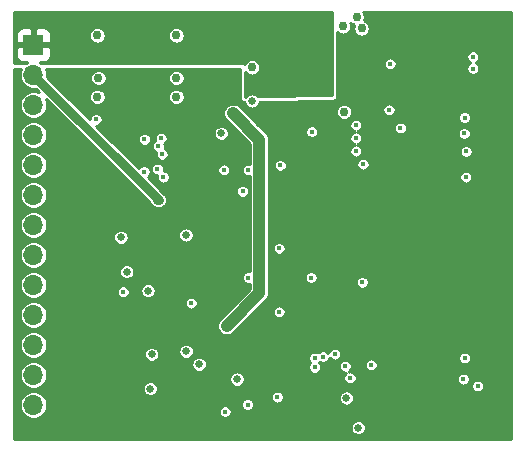
<source format=gbr>
%TF.GenerationSoftware,KiCad,Pcbnew,(5.1.6-0-10_14)*%
%TF.CreationDate,2020-07-19T16:10:20+02:00*%
%TF.ProjectId,driver-board,64726976-6572-42d6-926f-6172642e6b69,rev?*%
%TF.SameCoordinates,Original*%
%TF.FileFunction,Copper,L3,Inr*%
%TF.FilePolarity,Positive*%
%FSLAX46Y46*%
G04 Gerber Fmt 4.6, Leading zero omitted, Abs format (unit mm)*
G04 Created by KiCad (PCBNEW (5.1.6-0-10_14)) date 2020-07-19 16:10:20*
%MOMM*%
%LPD*%
G01*
G04 APERTURE LIST*
%TA.AperFunction,ViaPad*%
%ADD10R,1.700000X1.700000*%
%TD*%
%TA.AperFunction,ViaPad*%
%ADD11O,1.700000X1.700000*%
%TD*%
%TA.AperFunction,ViaPad*%
%ADD12C,0.750000*%
%TD*%
%TA.AperFunction,ViaPad*%
%ADD13C,0.450000*%
%TD*%
%TA.AperFunction,ViaPad*%
%ADD14C,0.650000*%
%TD*%
%TA.AperFunction,Conductor*%
%ADD15C,0.750000*%
%TD*%
%TA.AperFunction,Conductor*%
%ADD16C,1.000000*%
%TD*%
%TA.AperFunction,Conductor*%
%ADD17C,0.254000*%
%TD*%
G04 APERTURE END LIST*
D10*
%TO.N,+5V*%
%TO.C,J1*%
X112200000Y-51100000D03*
D11*
%TO.N,VCC*%
X112200000Y-53640000D03*
%TO.N,GND*%
X112200000Y-56180000D03*
%TO.N,SCK*%
X112200000Y-58720000D03*
%TO.N,SDI*%
X112200000Y-61260000D03*
%TO.N,SDO*%
X112200000Y-63800000D03*
%TO.N,CS1*%
X112200000Y-66340000D03*
%TO.N,CS2*%
X112200000Y-68880000D03*
%TO.N,DC*%
X112200000Y-71420000D03*
%TO.N,AUDIO*%
X112200000Y-73960000D03*
%TO.N,IRQ*%
X112200000Y-76500000D03*
%TO.N,GND*%
X112200000Y-79040000D03*
X112200000Y-81580000D03*
%TD*%
D12*
%TO.N,+3V0*%
X122650000Y-56675000D03*
D13*
X127500000Y-59300000D03*
X128100000Y-59900000D03*
D12*
X125300000Y-56900000D03*
X124000000Y-56900000D03*
D14*
X120100000Y-68700000D03*
X123200000Y-67300000D03*
D13*
X143000000Y-79285002D03*
D12*
X141400000Y-83525000D03*
X142475000Y-83050000D03*
D14*
X133400000Y-78900000D03*
D13*
X129716206Y-75958794D03*
X129716206Y-75158794D03*
X128125000Y-67275000D03*
D14*
%TO.N,GND*%
X122200000Y-77300000D03*
X121900000Y-71900000D03*
X120100000Y-70300000D03*
X119600000Y-67400000D03*
X125100000Y-67200000D03*
D13*
X117500000Y-57400000D03*
D12*
X117600000Y-50300000D03*
X117700000Y-53900000D03*
X124300000Y-50300000D03*
X124300000Y-53900000D03*
X124300000Y-55500000D03*
X117600000Y-55500000D03*
X130700000Y-53000000D03*
D14*
X128100000Y-58600000D03*
X139700000Y-83500000D03*
X138700000Y-81000000D03*
D13*
X149400000Y-52100000D03*
X142400000Y-52700000D03*
X149400000Y-53100000D03*
X130400001Y-70800000D03*
X133000000Y-68325128D03*
X133000000Y-73700000D03*
X135700000Y-70800000D03*
X140050010Y-71200000D03*
X142300000Y-56600000D03*
X148600000Y-79400000D03*
X148800000Y-62300000D03*
X148825000Y-60125000D03*
D12*
X139975000Y-49700000D03*
D14*
X122100000Y-80200000D03*
D12*
X139550000Y-48750000D03*
X138400000Y-49525000D03*
X138500000Y-56775000D03*
D14*
X130700000Y-55850000D03*
D13*
X135750000Y-58450000D03*
X143275000Y-58125000D03*
X148675000Y-58600000D03*
X148700000Y-57250000D03*
D14*
X129425000Y-79400000D03*
X126225000Y-78150000D03*
X125125000Y-77050000D03*
D12*
%TO.N,VCC*%
X122700000Y-64200000D03*
%TO.N,+5V*%
X122700000Y-49000000D03*
X129300000Y-49100000D03*
X133900000Y-48800000D03*
X136500000Y-49300000D03*
%TO.N,+3V3*%
X129100000Y-56900000D03*
D13*
X128573223Y-74873223D03*
X128973223Y-74473223D03*
%TO.N,DISPRES*%
X132850000Y-80925000D03*
X125550000Y-72959305D03*
%TO.N,AUDIO*%
X119800000Y-72000000D03*
X129900000Y-63500000D03*
%TO.N,DC_3V*%
X148700000Y-77600000D03*
X123200000Y-62300000D03*
X130324999Y-81550011D03*
%TO.N,CS2_3V*%
X149800000Y-80000000D03*
X122700000Y-61600000D03*
X128425522Y-82158135D03*
%TO.N,CS1_3V*%
X121600000Y-59100000D03*
X133100000Y-61300000D03*
%TO.N,DE*%
X140100000Y-61200000D03*
X136000000Y-78400000D03*
%TO.N,VSYNC*%
X139500000Y-57900000D03*
X136000000Y-77600000D03*
%TO.N,HSYNC*%
X139500000Y-59000000D03*
X136700000Y-77500000D03*
%TO.N,PCLK*%
X139500000Y-60100000D03*
X137701409Y-77276409D03*
%TO.N,IRQ*%
X121575000Y-61825000D03*
%TO.N,SCK_3V*%
X123000000Y-59000000D03*
X138600000Y-78300000D03*
%TO.N,SDI_3V*%
X122773952Y-59675000D03*
X138999990Y-79300020D03*
%TO.N,SDO_3V*%
X123086084Y-60363916D03*
X140800000Y-78200000D03*
%TO.N,SDI_BUFFER*%
X130400000Y-61700000D03*
X128317730Y-61682270D03*
%TD*%
D15*
%TO.N,VCC*%
X122800000Y-64240000D02*
X112200000Y-53640000D01*
X122700000Y-64200000D02*
X122800000Y-64240000D01*
D16*
%TO.N,+3V3*%
X129100000Y-56900000D02*
X131325001Y-59125001D01*
X131325001Y-72121445D02*
X128573223Y-74873223D01*
X131325001Y-59125001D02*
X131325001Y-72121445D01*
%TD*%
D17*
%TO.N,+5V*%
G36*
X137473000Y-55374660D02*
G01*
X131221504Y-55456917D01*
X131206442Y-55434374D01*
X131115626Y-55343558D01*
X131008838Y-55272205D01*
X130890181Y-55223056D01*
X130764216Y-55198000D01*
X130635784Y-55198000D01*
X130509819Y-55223056D01*
X130391162Y-55272205D01*
X130284374Y-55343558D01*
X130193558Y-55434374D01*
X130169244Y-55470762D01*
X130127000Y-55471318D01*
X130127000Y-53406012D01*
X130154721Y-53447499D01*
X130252501Y-53545279D01*
X130367478Y-53622105D01*
X130495234Y-53675023D01*
X130630859Y-53702000D01*
X130769141Y-53702000D01*
X130904766Y-53675023D01*
X131032522Y-53622105D01*
X131147499Y-53545279D01*
X131245279Y-53447499D01*
X131322105Y-53332522D01*
X131375023Y-53204766D01*
X131402000Y-53069141D01*
X131402000Y-52930859D01*
X131375023Y-52795234D01*
X131322105Y-52667478D01*
X131245279Y-52552501D01*
X131147499Y-52454721D01*
X131032522Y-52377895D01*
X130904766Y-52324977D01*
X130769141Y-52298000D01*
X130630859Y-52298000D01*
X130495234Y-52324977D01*
X130367478Y-52377895D01*
X130252501Y-52454721D01*
X130154721Y-52552501D01*
X130077895Y-52667478D01*
X130067434Y-52692734D01*
X130048601Y-52682667D01*
X130024776Y-52675440D01*
X130000000Y-52673000D01*
X112871327Y-52673000D01*
X112757519Y-52596956D01*
X112731890Y-52586340D01*
X113050000Y-52588072D01*
X113174482Y-52575812D01*
X113294180Y-52539502D01*
X113404494Y-52480537D01*
X113501185Y-52401185D01*
X113580537Y-52304494D01*
X113639502Y-52194180D01*
X113675812Y-52074482D01*
X113688072Y-51950000D01*
X113685000Y-51385750D01*
X113526250Y-51227000D01*
X112327000Y-51227000D01*
X112327000Y-51247000D01*
X112073000Y-51247000D01*
X112073000Y-51227000D01*
X110873750Y-51227000D01*
X110715000Y-51385750D01*
X110711928Y-51950000D01*
X110724188Y-52074482D01*
X110760498Y-52194180D01*
X110819463Y-52304494D01*
X110898815Y-52401185D01*
X110995506Y-52480537D01*
X111105820Y-52539502D01*
X111225518Y-52575812D01*
X111350000Y-52588072D01*
X111668110Y-52586340D01*
X111642481Y-52596956D01*
X111528673Y-52673000D01*
X110552000Y-52673000D01*
X110552000Y-50250000D01*
X110711928Y-50250000D01*
X110715000Y-50814250D01*
X110873750Y-50973000D01*
X112073000Y-50973000D01*
X112073000Y-49773750D01*
X112327000Y-49773750D01*
X112327000Y-50973000D01*
X113526250Y-50973000D01*
X113685000Y-50814250D01*
X113688072Y-50250000D01*
X113686187Y-50230859D01*
X116898000Y-50230859D01*
X116898000Y-50369141D01*
X116924977Y-50504766D01*
X116977895Y-50632522D01*
X117054721Y-50747499D01*
X117152501Y-50845279D01*
X117267478Y-50922105D01*
X117395234Y-50975023D01*
X117530859Y-51002000D01*
X117669141Y-51002000D01*
X117804766Y-50975023D01*
X117932522Y-50922105D01*
X118047499Y-50845279D01*
X118145279Y-50747499D01*
X118222105Y-50632522D01*
X118275023Y-50504766D01*
X118302000Y-50369141D01*
X118302000Y-50230859D01*
X123598000Y-50230859D01*
X123598000Y-50369141D01*
X123624977Y-50504766D01*
X123677895Y-50632522D01*
X123754721Y-50747499D01*
X123852501Y-50845279D01*
X123967478Y-50922105D01*
X124095234Y-50975023D01*
X124230859Y-51002000D01*
X124369141Y-51002000D01*
X124504766Y-50975023D01*
X124632522Y-50922105D01*
X124747499Y-50845279D01*
X124845279Y-50747499D01*
X124922105Y-50632522D01*
X124975023Y-50504766D01*
X125002000Y-50369141D01*
X125002000Y-50230859D01*
X124975023Y-50095234D01*
X124922105Y-49967478D01*
X124845279Y-49852501D01*
X124747499Y-49754721D01*
X124632522Y-49677895D01*
X124504766Y-49624977D01*
X124369141Y-49598000D01*
X124230859Y-49598000D01*
X124095234Y-49624977D01*
X123967478Y-49677895D01*
X123852501Y-49754721D01*
X123754721Y-49852501D01*
X123677895Y-49967478D01*
X123624977Y-50095234D01*
X123598000Y-50230859D01*
X118302000Y-50230859D01*
X118275023Y-50095234D01*
X118222105Y-49967478D01*
X118145279Y-49852501D01*
X118047499Y-49754721D01*
X117932522Y-49677895D01*
X117804766Y-49624977D01*
X117669141Y-49598000D01*
X117530859Y-49598000D01*
X117395234Y-49624977D01*
X117267478Y-49677895D01*
X117152501Y-49754721D01*
X117054721Y-49852501D01*
X116977895Y-49967478D01*
X116924977Y-50095234D01*
X116898000Y-50230859D01*
X113686187Y-50230859D01*
X113675812Y-50125518D01*
X113639502Y-50005820D01*
X113580537Y-49895506D01*
X113501185Y-49798815D01*
X113404494Y-49719463D01*
X113294180Y-49660498D01*
X113174482Y-49624188D01*
X113050000Y-49611928D01*
X112485750Y-49615000D01*
X112327000Y-49773750D01*
X112073000Y-49773750D01*
X111914250Y-49615000D01*
X111350000Y-49611928D01*
X111225518Y-49624188D01*
X111105820Y-49660498D01*
X110995506Y-49719463D01*
X110898815Y-49798815D01*
X110819463Y-49895506D01*
X110760498Y-50005820D01*
X110724188Y-50125518D01*
X110711928Y-50250000D01*
X110552000Y-50250000D01*
X110552000Y-48352000D01*
X137473000Y-48352000D01*
X137473000Y-55374660D01*
G37*
X137473000Y-55374660D02*
X131221504Y-55456917D01*
X131206442Y-55434374D01*
X131115626Y-55343558D01*
X131008838Y-55272205D01*
X130890181Y-55223056D01*
X130764216Y-55198000D01*
X130635784Y-55198000D01*
X130509819Y-55223056D01*
X130391162Y-55272205D01*
X130284374Y-55343558D01*
X130193558Y-55434374D01*
X130169244Y-55470762D01*
X130127000Y-55471318D01*
X130127000Y-53406012D01*
X130154721Y-53447499D01*
X130252501Y-53545279D01*
X130367478Y-53622105D01*
X130495234Y-53675023D01*
X130630859Y-53702000D01*
X130769141Y-53702000D01*
X130904766Y-53675023D01*
X131032522Y-53622105D01*
X131147499Y-53545279D01*
X131245279Y-53447499D01*
X131322105Y-53332522D01*
X131375023Y-53204766D01*
X131402000Y-53069141D01*
X131402000Y-52930859D01*
X131375023Y-52795234D01*
X131322105Y-52667478D01*
X131245279Y-52552501D01*
X131147499Y-52454721D01*
X131032522Y-52377895D01*
X130904766Y-52324977D01*
X130769141Y-52298000D01*
X130630859Y-52298000D01*
X130495234Y-52324977D01*
X130367478Y-52377895D01*
X130252501Y-52454721D01*
X130154721Y-52552501D01*
X130077895Y-52667478D01*
X130067434Y-52692734D01*
X130048601Y-52682667D01*
X130024776Y-52675440D01*
X130000000Y-52673000D01*
X112871327Y-52673000D01*
X112757519Y-52596956D01*
X112731890Y-52586340D01*
X113050000Y-52588072D01*
X113174482Y-52575812D01*
X113294180Y-52539502D01*
X113404494Y-52480537D01*
X113501185Y-52401185D01*
X113580537Y-52304494D01*
X113639502Y-52194180D01*
X113675812Y-52074482D01*
X113688072Y-51950000D01*
X113685000Y-51385750D01*
X113526250Y-51227000D01*
X112327000Y-51227000D01*
X112327000Y-51247000D01*
X112073000Y-51247000D01*
X112073000Y-51227000D01*
X110873750Y-51227000D01*
X110715000Y-51385750D01*
X110711928Y-51950000D01*
X110724188Y-52074482D01*
X110760498Y-52194180D01*
X110819463Y-52304494D01*
X110898815Y-52401185D01*
X110995506Y-52480537D01*
X111105820Y-52539502D01*
X111225518Y-52575812D01*
X111350000Y-52588072D01*
X111668110Y-52586340D01*
X111642481Y-52596956D01*
X111528673Y-52673000D01*
X110552000Y-52673000D01*
X110552000Y-50250000D01*
X110711928Y-50250000D01*
X110715000Y-50814250D01*
X110873750Y-50973000D01*
X112073000Y-50973000D01*
X112073000Y-49773750D01*
X112327000Y-49773750D01*
X112327000Y-50973000D01*
X113526250Y-50973000D01*
X113685000Y-50814250D01*
X113688072Y-50250000D01*
X113686187Y-50230859D01*
X116898000Y-50230859D01*
X116898000Y-50369141D01*
X116924977Y-50504766D01*
X116977895Y-50632522D01*
X117054721Y-50747499D01*
X117152501Y-50845279D01*
X117267478Y-50922105D01*
X117395234Y-50975023D01*
X117530859Y-51002000D01*
X117669141Y-51002000D01*
X117804766Y-50975023D01*
X117932522Y-50922105D01*
X118047499Y-50845279D01*
X118145279Y-50747499D01*
X118222105Y-50632522D01*
X118275023Y-50504766D01*
X118302000Y-50369141D01*
X118302000Y-50230859D01*
X123598000Y-50230859D01*
X123598000Y-50369141D01*
X123624977Y-50504766D01*
X123677895Y-50632522D01*
X123754721Y-50747499D01*
X123852501Y-50845279D01*
X123967478Y-50922105D01*
X124095234Y-50975023D01*
X124230859Y-51002000D01*
X124369141Y-51002000D01*
X124504766Y-50975023D01*
X124632522Y-50922105D01*
X124747499Y-50845279D01*
X124845279Y-50747499D01*
X124922105Y-50632522D01*
X124975023Y-50504766D01*
X125002000Y-50369141D01*
X125002000Y-50230859D01*
X124975023Y-50095234D01*
X124922105Y-49967478D01*
X124845279Y-49852501D01*
X124747499Y-49754721D01*
X124632522Y-49677895D01*
X124504766Y-49624977D01*
X124369141Y-49598000D01*
X124230859Y-49598000D01*
X124095234Y-49624977D01*
X123967478Y-49677895D01*
X123852501Y-49754721D01*
X123754721Y-49852501D01*
X123677895Y-49967478D01*
X123624977Y-50095234D01*
X123598000Y-50230859D01*
X118302000Y-50230859D01*
X118275023Y-50095234D01*
X118222105Y-49967478D01*
X118145279Y-49852501D01*
X118047499Y-49754721D01*
X117932522Y-49677895D01*
X117804766Y-49624977D01*
X117669141Y-49598000D01*
X117530859Y-49598000D01*
X117395234Y-49624977D01*
X117267478Y-49677895D01*
X117152501Y-49754721D01*
X117054721Y-49852501D01*
X116977895Y-49967478D01*
X116924977Y-50095234D01*
X116898000Y-50230859D01*
X113686187Y-50230859D01*
X113675812Y-50125518D01*
X113639502Y-50005820D01*
X113580537Y-49895506D01*
X113501185Y-49798815D01*
X113404494Y-49719463D01*
X113294180Y-49660498D01*
X113174482Y-49624188D01*
X113050000Y-49611928D01*
X112485750Y-49615000D01*
X112327000Y-49773750D01*
X112073000Y-49773750D01*
X111914250Y-49615000D01*
X111350000Y-49611928D01*
X111225518Y-49624188D01*
X111105820Y-49660498D01*
X110995506Y-49719463D01*
X110898815Y-49798815D01*
X110819463Y-49895506D01*
X110760498Y-50005820D01*
X110724188Y-50125518D01*
X110711928Y-50250000D01*
X110552000Y-50250000D01*
X110552000Y-48352000D01*
X137473000Y-48352000D01*
X137473000Y-55374660D01*
%TO.N,+3V0*%
G36*
X152623000Y-84448000D02*
G01*
X110552000Y-84448000D01*
X110552000Y-83435784D01*
X139048000Y-83435784D01*
X139048000Y-83564216D01*
X139073056Y-83690181D01*
X139122205Y-83808838D01*
X139193558Y-83915626D01*
X139284374Y-84006442D01*
X139391162Y-84077795D01*
X139509819Y-84126944D01*
X139635784Y-84152000D01*
X139764216Y-84152000D01*
X139890181Y-84126944D01*
X140008838Y-84077795D01*
X140115626Y-84006442D01*
X140206442Y-83915626D01*
X140277795Y-83808838D01*
X140326944Y-83690181D01*
X140352000Y-83564216D01*
X140352000Y-83435784D01*
X140326944Y-83309819D01*
X140277795Y-83191162D01*
X140206442Y-83084374D01*
X140115626Y-82993558D01*
X140008838Y-82922205D01*
X139890181Y-82873056D01*
X139764216Y-82848000D01*
X139635784Y-82848000D01*
X139509819Y-82873056D01*
X139391162Y-82922205D01*
X139284374Y-82993558D01*
X139193558Y-83084374D01*
X139122205Y-83191162D01*
X139073056Y-83309819D01*
X139048000Y-83435784D01*
X110552000Y-83435784D01*
X110552000Y-81464076D01*
X111023000Y-81464076D01*
X111023000Y-81695924D01*
X111068231Y-81923318D01*
X111156956Y-82137519D01*
X111285764Y-82330294D01*
X111449706Y-82494236D01*
X111642481Y-82623044D01*
X111856682Y-82711769D01*
X112084076Y-82757000D01*
X112315924Y-82757000D01*
X112543318Y-82711769D01*
X112757519Y-82623044D01*
X112950294Y-82494236D01*
X113114236Y-82330294D01*
X113243044Y-82137519D01*
X113257024Y-82103768D01*
X127873522Y-82103768D01*
X127873522Y-82212502D01*
X127894735Y-82319147D01*
X127936346Y-82419605D01*
X127996756Y-82510015D01*
X128073642Y-82586901D01*
X128164052Y-82647311D01*
X128264510Y-82688922D01*
X128371155Y-82710135D01*
X128479889Y-82710135D01*
X128586534Y-82688922D01*
X128686992Y-82647311D01*
X128777402Y-82586901D01*
X128854288Y-82510015D01*
X128914698Y-82419605D01*
X128956309Y-82319147D01*
X128977522Y-82212502D01*
X128977522Y-82103768D01*
X128956309Y-81997123D01*
X128914698Y-81896665D01*
X128854288Y-81806255D01*
X128777402Y-81729369D01*
X128686992Y-81668959D01*
X128586534Y-81627348D01*
X128479889Y-81606135D01*
X128371155Y-81606135D01*
X128264510Y-81627348D01*
X128164052Y-81668959D01*
X128073642Y-81729369D01*
X127996756Y-81806255D01*
X127936346Y-81896665D01*
X127894735Y-81997123D01*
X127873522Y-82103768D01*
X113257024Y-82103768D01*
X113331769Y-81923318D01*
X113377000Y-81695924D01*
X113377000Y-81495644D01*
X129772999Y-81495644D01*
X129772999Y-81604378D01*
X129794212Y-81711023D01*
X129835823Y-81811481D01*
X129896233Y-81901891D01*
X129973119Y-81978777D01*
X130063529Y-82039187D01*
X130163987Y-82080798D01*
X130270632Y-82102011D01*
X130379366Y-82102011D01*
X130486011Y-82080798D01*
X130586469Y-82039187D01*
X130676879Y-81978777D01*
X130753765Y-81901891D01*
X130814175Y-81811481D01*
X130855786Y-81711023D01*
X130876999Y-81604378D01*
X130876999Y-81495644D01*
X130855786Y-81388999D01*
X130814175Y-81288541D01*
X130753765Y-81198131D01*
X130676879Y-81121245D01*
X130586469Y-81060835D01*
X130486011Y-81019224D01*
X130379366Y-80998011D01*
X130270632Y-80998011D01*
X130163987Y-81019224D01*
X130063529Y-81060835D01*
X129973119Y-81121245D01*
X129896233Y-81198131D01*
X129835823Y-81288541D01*
X129794212Y-81388999D01*
X129772999Y-81495644D01*
X113377000Y-81495644D01*
X113377000Y-81464076D01*
X113331769Y-81236682D01*
X113243044Y-81022481D01*
X113141583Y-80870633D01*
X132298000Y-80870633D01*
X132298000Y-80979367D01*
X132319213Y-81086012D01*
X132360824Y-81186470D01*
X132421234Y-81276880D01*
X132498120Y-81353766D01*
X132588530Y-81414176D01*
X132688988Y-81455787D01*
X132795633Y-81477000D01*
X132904367Y-81477000D01*
X133011012Y-81455787D01*
X133111470Y-81414176D01*
X133201880Y-81353766D01*
X133278766Y-81276880D01*
X133339176Y-81186470D01*
X133380787Y-81086012D01*
X133402000Y-80979367D01*
X133402000Y-80935784D01*
X138048000Y-80935784D01*
X138048000Y-81064216D01*
X138073056Y-81190181D01*
X138122205Y-81308838D01*
X138193558Y-81415626D01*
X138284374Y-81506442D01*
X138391162Y-81577795D01*
X138509819Y-81626944D01*
X138635784Y-81652000D01*
X138764216Y-81652000D01*
X138890181Y-81626944D01*
X139008838Y-81577795D01*
X139115626Y-81506442D01*
X139206442Y-81415626D01*
X139277795Y-81308838D01*
X139326944Y-81190181D01*
X139352000Y-81064216D01*
X139352000Y-80935784D01*
X139326944Y-80809819D01*
X139277795Y-80691162D01*
X139206442Y-80584374D01*
X139115626Y-80493558D01*
X139008838Y-80422205D01*
X138890181Y-80373056D01*
X138764216Y-80348000D01*
X138635784Y-80348000D01*
X138509819Y-80373056D01*
X138391162Y-80422205D01*
X138284374Y-80493558D01*
X138193558Y-80584374D01*
X138122205Y-80691162D01*
X138073056Y-80809819D01*
X138048000Y-80935784D01*
X133402000Y-80935784D01*
X133402000Y-80870633D01*
X133380787Y-80763988D01*
X133339176Y-80663530D01*
X133278766Y-80573120D01*
X133201880Y-80496234D01*
X133111470Y-80435824D01*
X133011012Y-80394213D01*
X132904367Y-80373000D01*
X132795633Y-80373000D01*
X132688988Y-80394213D01*
X132588530Y-80435824D01*
X132498120Y-80496234D01*
X132421234Y-80573120D01*
X132360824Y-80663530D01*
X132319213Y-80763988D01*
X132298000Y-80870633D01*
X113141583Y-80870633D01*
X113114236Y-80829706D01*
X112950294Y-80665764D01*
X112757519Y-80536956D01*
X112543318Y-80448231D01*
X112315924Y-80403000D01*
X112084076Y-80403000D01*
X111856682Y-80448231D01*
X111642481Y-80536956D01*
X111449706Y-80665764D01*
X111285764Y-80829706D01*
X111156956Y-81022481D01*
X111068231Y-81236682D01*
X111023000Y-81464076D01*
X110552000Y-81464076D01*
X110552000Y-78924076D01*
X111023000Y-78924076D01*
X111023000Y-79155924D01*
X111068231Y-79383318D01*
X111156956Y-79597519D01*
X111285764Y-79790294D01*
X111449706Y-79954236D01*
X111642481Y-80083044D01*
X111856682Y-80171769D01*
X112084076Y-80217000D01*
X112315924Y-80217000D01*
X112543318Y-80171769D01*
X112630193Y-80135784D01*
X121448000Y-80135784D01*
X121448000Y-80264216D01*
X121473056Y-80390181D01*
X121522205Y-80508838D01*
X121593558Y-80615626D01*
X121684374Y-80706442D01*
X121791162Y-80777795D01*
X121909819Y-80826944D01*
X122035784Y-80852000D01*
X122164216Y-80852000D01*
X122290181Y-80826944D01*
X122408838Y-80777795D01*
X122515626Y-80706442D01*
X122606442Y-80615626D01*
X122677795Y-80508838D01*
X122726944Y-80390181D01*
X122752000Y-80264216D01*
X122752000Y-80135784D01*
X122726944Y-80009819D01*
X122677795Y-79891162D01*
X122606442Y-79784374D01*
X122515626Y-79693558D01*
X122408838Y-79622205D01*
X122290181Y-79573056D01*
X122164216Y-79548000D01*
X122035784Y-79548000D01*
X121909819Y-79573056D01*
X121791162Y-79622205D01*
X121684374Y-79693558D01*
X121593558Y-79784374D01*
X121522205Y-79891162D01*
X121473056Y-80009819D01*
X121448000Y-80135784D01*
X112630193Y-80135784D01*
X112757519Y-80083044D01*
X112950294Y-79954236D01*
X113114236Y-79790294D01*
X113243044Y-79597519D01*
X113331769Y-79383318D01*
X113341224Y-79335784D01*
X128773000Y-79335784D01*
X128773000Y-79464216D01*
X128798056Y-79590181D01*
X128847205Y-79708838D01*
X128918558Y-79815626D01*
X129009374Y-79906442D01*
X129116162Y-79977795D01*
X129234819Y-80026944D01*
X129360784Y-80052000D01*
X129489216Y-80052000D01*
X129615181Y-80026944D01*
X129733838Y-79977795D01*
X129840626Y-79906442D01*
X129931442Y-79815626D01*
X130002795Y-79708838D01*
X130051944Y-79590181D01*
X130077000Y-79464216D01*
X130077000Y-79335784D01*
X130051944Y-79209819D01*
X130002795Y-79091162D01*
X129931442Y-78984374D01*
X129840626Y-78893558D01*
X129733838Y-78822205D01*
X129615181Y-78773056D01*
X129489216Y-78748000D01*
X129360784Y-78748000D01*
X129234819Y-78773056D01*
X129116162Y-78822205D01*
X129009374Y-78893558D01*
X128918558Y-78984374D01*
X128847205Y-79091162D01*
X128798056Y-79209819D01*
X128773000Y-79335784D01*
X113341224Y-79335784D01*
X113377000Y-79155924D01*
X113377000Y-78924076D01*
X113331769Y-78696682D01*
X113243044Y-78482481D01*
X113114236Y-78289706D01*
X112950294Y-78125764D01*
X112890460Y-78085784D01*
X125573000Y-78085784D01*
X125573000Y-78214216D01*
X125598056Y-78340181D01*
X125647205Y-78458838D01*
X125718558Y-78565626D01*
X125809374Y-78656442D01*
X125916162Y-78727795D01*
X126034819Y-78776944D01*
X126160784Y-78802000D01*
X126289216Y-78802000D01*
X126415181Y-78776944D01*
X126533838Y-78727795D01*
X126640626Y-78656442D01*
X126731442Y-78565626D01*
X126802795Y-78458838D01*
X126851944Y-78340181D01*
X126877000Y-78214216D01*
X126877000Y-78085784D01*
X126851944Y-77959819D01*
X126802795Y-77841162D01*
X126731442Y-77734374D01*
X126640626Y-77643558D01*
X126533838Y-77572205D01*
X126469688Y-77545633D01*
X135448000Y-77545633D01*
X135448000Y-77654367D01*
X135469213Y-77761012D01*
X135510824Y-77861470D01*
X135571234Y-77951880D01*
X135619354Y-78000000D01*
X135571234Y-78048120D01*
X135510824Y-78138530D01*
X135469213Y-78238988D01*
X135448000Y-78345633D01*
X135448000Y-78454367D01*
X135469213Y-78561012D01*
X135510824Y-78661470D01*
X135571234Y-78751880D01*
X135648120Y-78828766D01*
X135738530Y-78889176D01*
X135838988Y-78930787D01*
X135945633Y-78952000D01*
X136054367Y-78952000D01*
X136161012Y-78930787D01*
X136261470Y-78889176D01*
X136351880Y-78828766D01*
X136428766Y-78751880D01*
X136489176Y-78661470D01*
X136530787Y-78561012D01*
X136552000Y-78454367D01*
X136552000Y-78345633D01*
X136532109Y-78245633D01*
X138048000Y-78245633D01*
X138048000Y-78354367D01*
X138069213Y-78461012D01*
X138110824Y-78561470D01*
X138171234Y-78651880D01*
X138248120Y-78728766D01*
X138338530Y-78789176D01*
X138438988Y-78830787D01*
X138545633Y-78852000D01*
X138654367Y-78852000D01*
X138686488Y-78845611D01*
X138648110Y-78871254D01*
X138571224Y-78948140D01*
X138510814Y-79038550D01*
X138469203Y-79139008D01*
X138447990Y-79245653D01*
X138447990Y-79354387D01*
X138469203Y-79461032D01*
X138510814Y-79561490D01*
X138571224Y-79651900D01*
X138648110Y-79728786D01*
X138738520Y-79789196D01*
X138838978Y-79830807D01*
X138945623Y-79852020D01*
X139054357Y-79852020D01*
X139161002Y-79830807D01*
X139261460Y-79789196D01*
X139351870Y-79728786D01*
X139428756Y-79651900D01*
X139489166Y-79561490D01*
X139530777Y-79461032D01*
X139551990Y-79354387D01*
X139551990Y-79345633D01*
X148048000Y-79345633D01*
X148048000Y-79454367D01*
X148069213Y-79561012D01*
X148110824Y-79661470D01*
X148171234Y-79751880D01*
X148248120Y-79828766D01*
X148338530Y-79889176D01*
X148438988Y-79930787D01*
X148545633Y-79952000D01*
X148654367Y-79952000D01*
X148686376Y-79945633D01*
X149248000Y-79945633D01*
X149248000Y-80054367D01*
X149269213Y-80161012D01*
X149310824Y-80261470D01*
X149371234Y-80351880D01*
X149448120Y-80428766D01*
X149538530Y-80489176D01*
X149638988Y-80530787D01*
X149745633Y-80552000D01*
X149854367Y-80552000D01*
X149961012Y-80530787D01*
X150061470Y-80489176D01*
X150151880Y-80428766D01*
X150228766Y-80351880D01*
X150289176Y-80261470D01*
X150330787Y-80161012D01*
X150352000Y-80054367D01*
X150352000Y-79945633D01*
X150330787Y-79838988D01*
X150289176Y-79738530D01*
X150228766Y-79648120D01*
X150151880Y-79571234D01*
X150061470Y-79510824D01*
X149961012Y-79469213D01*
X149854367Y-79448000D01*
X149745633Y-79448000D01*
X149638988Y-79469213D01*
X149538530Y-79510824D01*
X149448120Y-79571234D01*
X149371234Y-79648120D01*
X149310824Y-79738530D01*
X149269213Y-79838988D01*
X149248000Y-79945633D01*
X148686376Y-79945633D01*
X148761012Y-79930787D01*
X148861470Y-79889176D01*
X148951880Y-79828766D01*
X149028766Y-79751880D01*
X149089176Y-79661470D01*
X149130787Y-79561012D01*
X149152000Y-79454367D01*
X149152000Y-79345633D01*
X149130787Y-79238988D01*
X149089176Y-79138530D01*
X149028766Y-79048120D01*
X148951880Y-78971234D01*
X148861470Y-78910824D01*
X148761012Y-78869213D01*
X148654367Y-78848000D01*
X148545633Y-78848000D01*
X148438988Y-78869213D01*
X148338530Y-78910824D01*
X148248120Y-78971234D01*
X148171234Y-79048120D01*
X148110824Y-79138530D01*
X148069213Y-79238988D01*
X148048000Y-79345633D01*
X139551990Y-79345633D01*
X139551990Y-79245653D01*
X139530777Y-79139008D01*
X139489166Y-79038550D01*
X139428756Y-78948140D01*
X139351870Y-78871254D01*
X139261460Y-78810844D01*
X139161002Y-78769233D01*
X139054357Y-78748020D01*
X138945623Y-78748020D01*
X138913502Y-78754409D01*
X138951880Y-78728766D01*
X139028766Y-78651880D01*
X139089176Y-78561470D01*
X139130787Y-78461012D01*
X139152000Y-78354367D01*
X139152000Y-78245633D01*
X139132109Y-78145633D01*
X140248000Y-78145633D01*
X140248000Y-78254367D01*
X140269213Y-78361012D01*
X140310824Y-78461470D01*
X140371234Y-78551880D01*
X140448120Y-78628766D01*
X140538530Y-78689176D01*
X140638988Y-78730787D01*
X140745633Y-78752000D01*
X140854367Y-78752000D01*
X140961012Y-78730787D01*
X141061470Y-78689176D01*
X141151880Y-78628766D01*
X141228766Y-78551880D01*
X141289176Y-78461470D01*
X141330787Y-78361012D01*
X141352000Y-78254367D01*
X141352000Y-78145633D01*
X141330787Y-78038988D01*
X141289176Y-77938530D01*
X141228766Y-77848120D01*
X141151880Y-77771234D01*
X141061470Y-77710824D01*
X140961012Y-77669213D01*
X140854367Y-77648000D01*
X140745633Y-77648000D01*
X140638988Y-77669213D01*
X140538530Y-77710824D01*
X140448120Y-77771234D01*
X140371234Y-77848120D01*
X140310824Y-77938530D01*
X140269213Y-78038988D01*
X140248000Y-78145633D01*
X139132109Y-78145633D01*
X139130787Y-78138988D01*
X139089176Y-78038530D01*
X139028766Y-77948120D01*
X138951880Y-77871234D01*
X138861470Y-77810824D01*
X138761012Y-77769213D01*
X138654367Y-77748000D01*
X138545633Y-77748000D01*
X138438988Y-77769213D01*
X138338530Y-77810824D01*
X138248120Y-77871234D01*
X138171234Y-77948120D01*
X138110824Y-78038530D01*
X138069213Y-78138988D01*
X138048000Y-78245633D01*
X136532109Y-78245633D01*
X136530787Y-78238988D01*
X136489176Y-78138530D01*
X136428766Y-78048120D01*
X136380646Y-78000000D01*
X136410320Y-77970326D01*
X136438530Y-77989176D01*
X136538988Y-78030787D01*
X136645633Y-78052000D01*
X136754367Y-78052000D01*
X136861012Y-78030787D01*
X136961470Y-77989176D01*
X137051880Y-77928766D01*
X137128766Y-77851880D01*
X137189176Y-77761470D01*
X137230787Y-77661012D01*
X137245405Y-77587524D01*
X137272643Y-77628289D01*
X137349529Y-77705175D01*
X137439939Y-77765585D01*
X137540397Y-77807196D01*
X137647042Y-77828409D01*
X137755776Y-77828409D01*
X137862421Y-77807196D01*
X137962879Y-77765585D01*
X138053289Y-77705175D01*
X138130175Y-77628289D01*
X138185403Y-77545633D01*
X148148000Y-77545633D01*
X148148000Y-77654367D01*
X148169213Y-77761012D01*
X148210824Y-77861470D01*
X148271234Y-77951880D01*
X148348120Y-78028766D01*
X148438530Y-78089176D01*
X148538988Y-78130787D01*
X148645633Y-78152000D01*
X148754367Y-78152000D01*
X148861012Y-78130787D01*
X148961470Y-78089176D01*
X149051880Y-78028766D01*
X149128766Y-77951880D01*
X149189176Y-77861470D01*
X149230787Y-77761012D01*
X149252000Y-77654367D01*
X149252000Y-77545633D01*
X149230787Y-77438988D01*
X149189176Y-77338530D01*
X149128766Y-77248120D01*
X149051880Y-77171234D01*
X148961470Y-77110824D01*
X148861012Y-77069213D01*
X148754367Y-77048000D01*
X148645633Y-77048000D01*
X148538988Y-77069213D01*
X148438530Y-77110824D01*
X148348120Y-77171234D01*
X148271234Y-77248120D01*
X148210824Y-77338530D01*
X148169213Y-77438988D01*
X148148000Y-77545633D01*
X138185403Y-77545633D01*
X138190585Y-77537879D01*
X138232196Y-77437421D01*
X138253409Y-77330776D01*
X138253409Y-77222042D01*
X138232196Y-77115397D01*
X138190585Y-77014939D01*
X138130175Y-76924529D01*
X138053289Y-76847643D01*
X137962879Y-76787233D01*
X137862421Y-76745622D01*
X137755776Y-76724409D01*
X137647042Y-76724409D01*
X137540397Y-76745622D01*
X137439939Y-76787233D01*
X137349529Y-76847643D01*
X137272643Y-76924529D01*
X137212233Y-77014939D01*
X137170622Y-77115397D01*
X137156004Y-77188885D01*
X137128766Y-77148120D01*
X137051880Y-77071234D01*
X136961470Y-77010824D01*
X136861012Y-76969213D01*
X136754367Y-76948000D01*
X136645633Y-76948000D01*
X136538988Y-76969213D01*
X136438530Y-77010824D01*
X136348120Y-77071234D01*
X136289680Y-77129674D01*
X136261470Y-77110824D01*
X136161012Y-77069213D01*
X136054367Y-77048000D01*
X135945633Y-77048000D01*
X135838988Y-77069213D01*
X135738530Y-77110824D01*
X135648120Y-77171234D01*
X135571234Y-77248120D01*
X135510824Y-77338530D01*
X135469213Y-77438988D01*
X135448000Y-77545633D01*
X126469688Y-77545633D01*
X126415181Y-77523056D01*
X126289216Y-77498000D01*
X126160784Y-77498000D01*
X126034819Y-77523056D01*
X125916162Y-77572205D01*
X125809374Y-77643558D01*
X125718558Y-77734374D01*
X125647205Y-77841162D01*
X125598056Y-77959819D01*
X125573000Y-78085784D01*
X112890460Y-78085784D01*
X112757519Y-77996956D01*
X112543318Y-77908231D01*
X112315924Y-77863000D01*
X112084076Y-77863000D01*
X111856682Y-77908231D01*
X111642481Y-77996956D01*
X111449706Y-78125764D01*
X111285764Y-78289706D01*
X111156956Y-78482481D01*
X111068231Y-78696682D01*
X111023000Y-78924076D01*
X110552000Y-78924076D01*
X110552000Y-76384076D01*
X111023000Y-76384076D01*
X111023000Y-76615924D01*
X111068231Y-76843318D01*
X111156956Y-77057519D01*
X111285764Y-77250294D01*
X111449706Y-77414236D01*
X111642481Y-77543044D01*
X111856682Y-77631769D01*
X112084076Y-77677000D01*
X112315924Y-77677000D01*
X112543318Y-77631769D01*
X112757519Y-77543044D01*
X112950294Y-77414236D01*
X113114236Y-77250294D01*
X113123931Y-77235784D01*
X121548000Y-77235784D01*
X121548000Y-77364216D01*
X121573056Y-77490181D01*
X121622205Y-77608838D01*
X121693558Y-77715626D01*
X121784374Y-77806442D01*
X121891162Y-77877795D01*
X122009819Y-77926944D01*
X122135784Y-77952000D01*
X122264216Y-77952000D01*
X122390181Y-77926944D01*
X122508838Y-77877795D01*
X122615626Y-77806442D01*
X122706442Y-77715626D01*
X122777795Y-77608838D01*
X122826944Y-77490181D01*
X122852000Y-77364216D01*
X122852000Y-77235784D01*
X122826944Y-77109819D01*
X122777795Y-76991162D01*
X122774202Y-76985784D01*
X124473000Y-76985784D01*
X124473000Y-77114216D01*
X124498056Y-77240181D01*
X124547205Y-77358838D01*
X124618558Y-77465626D01*
X124709374Y-77556442D01*
X124816162Y-77627795D01*
X124934819Y-77676944D01*
X125060784Y-77702000D01*
X125189216Y-77702000D01*
X125315181Y-77676944D01*
X125433838Y-77627795D01*
X125540626Y-77556442D01*
X125631442Y-77465626D01*
X125702795Y-77358838D01*
X125751944Y-77240181D01*
X125777000Y-77114216D01*
X125777000Y-76985784D01*
X125751944Y-76859819D01*
X125702795Y-76741162D01*
X125631442Y-76634374D01*
X125540626Y-76543558D01*
X125433838Y-76472205D01*
X125315181Y-76423056D01*
X125189216Y-76398000D01*
X125060784Y-76398000D01*
X124934819Y-76423056D01*
X124816162Y-76472205D01*
X124709374Y-76543558D01*
X124618558Y-76634374D01*
X124547205Y-76741162D01*
X124498056Y-76859819D01*
X124473000Y-76985784D01*
X122774202Y-76985784D01*
X122706442Y-76884374D01*
X122615626Y-76793558D01*
X122508838Y-76722205D01*
X122390181Y-76673056D01*
X122264216Y-76648000D01*
X122135784Y-76648000D01*
X122009819Y-76673056D01*
X121891162Y-76722205D01*
X121784374Y-76793558D01*
X121693558Y-76884374D01*
X121622205Y-76991162D01*
X121573056Y-77109819D01*
X121548000Y-77235784D01*
X113123931Y-77235784D01*
X113243044Y-77057519D01*
X113331769Y-76843318D01*
X113377000Y-76615924D01*
X113377000Y-76384076D01*
X113331769Y-76156682D01*
X113243044Y-75942481D01*
X113114236Y-75749706D01*
X112950294Y-75585764D01*
X112757519Y-75456956D01*
X112543318Y-75368231D01*
X112315924Y-75323000D01*
X112084076Y-75323000D01*
X111856682Y-75368231D01*
X111642481Y-75456956D01*
X111449706Y-75585764D01*
X111285764Y-75749706D01*
X111156956Y-75942481D01*
X111068231Y-76156682D01*
X111023000Y-76384076D01*
X110552000Y-76384076D01*
X110552000Y-73844076D01*
X111023000Y-73844076D01*
X111023000Y-74075924D01*
X111068231Y-74303318D01*
X111156956Y-74517519D01*
X111285764Y-74710294D01*
X111449706Y-74874236D01*
X111642481Y-75003044D01*
X111856682Y-75091769D01*
X112084076Y-75137000D01*
X112315924Y-75137000D01*
X112543318Y-75091769D01*
X112757519Y-75003044D01*
X112950294Y-74874236D01*
X112951307Y-74873223D01*
X127742223Y-74873223D01*
X127758190Y-75035343D01*
X127805479Y-75191233D01*
X127882271Y-75334902D01*
X127985617Y-75460829D01*
X128111544Y-75564175D01*
X128255213Y-75640967D01*
X128411103Y-75688256D01*
X128573223Y-75704223D01*
X128735343Y-75688256D01*
X128891233Y-75640967D01*
X129034902Y-75564175D01*
X129129274Y-75486725D01*
X130970366Y-73645633D01*
X132448000Y-73645633D01*
X132448000Y-73754367D01*
X132469213Y-73861012D01*
X132510824Y-73961470D01*
X132571234Y-74051880D01*
X132648120Y-74128766D01*
X132738530Y-74189176D01*
X132838988Y-74230787D01*
X132945633Y-74252000D01*
X133054367Y-74252000D01*
X133161012Y-74230787D01*
X133261470Y-74189176D01*
X133351880Y-74128766D01*
X133428766Y-74051880D01*
X133489176Y-73961470D01*
X133530787Y-73861012D01*
X133552000Y-73754367D01*
X133552000Y-73645633D01*
X133530787Y-73538988D01*
X133489176Y-73438530D01*
X133428766Y-73348120D01*
X133351880Y-73271234D01*
X133261470Y-73210824D01*
X133161012Y-73169213D01*
X133054367Y-73148000D01*
X132945633Y-73148000D01*
X132838988Y-73169213D01*
X132738530Y-73210824D01*
X132648120Y-73271234D01*
X132571234Y-73348120D01*
X132510824Y-73438530D01*
X132469213Y-73538988D01*
X132448000Y-73645633D01*
X130970366Y-73645633D01*
X131881054Y-72734946D01*
X131912607Y-72709051D01*
X131996010Y-72607425D01*
X132015953Y-72583125D01*
X132092745Y-72439456D01*
X132092746Y-72439455D01*
X132140035Y-72283565D01*
X132152001Y-72162069D01*
X132152001Y-72162059D01*
X132156001Y-72121445D01*
X132152001Y-72080831D01*
X132152001Y-70745633D01*
X135148000Y-70745633D01*
X135148000Y-70854367D01*
X135169213Y-70961012D01*
X135210824Y-71061470D01*
X135271234Y-71151880D01*
X135348120Y-71228766D01*
X135438530Y-71289176D01*
X135538988Y-71330787D01*
X135645633Y-71352000D01*
X135754367Y-71352000D01*
X135861012Y-71330787D01*
X135961470Y-71289176D01*
X136051880Y-71228766D01*
X136128766Y-71151880D01*
X136132940Y-71145633D01*
X139498010Y-71145633D01*
X139498010Y-71254367D01*
X139519223Y-71361012D01*
X139560834Y-71461470D01*
X139621244Y-71551880D01*
X139698130Y-71628766D01*
X139788540Y-71689176D01*
X139888998Y-71730787D01*
X139995643Y-71752000D01*
X140104377Y-71752000D01*
X140211022Y-71730787D01*
X140311480Y-71689176D01*
X140401890Y-71628766D01*
X140478776Y-71551880D01*
X140539186Y-71461470D01*
X140580797Y-71361012D01*
X140602010Y-71254367D01*
X140602010Y-71145633D01*
X140580797Y-71038988D01*
X140539186Y-70938530D01*
X140478776Y-70848120D01*
X140401890Y-70771234D01*
X140311480Y-70710824D01*
X140211022Y-70669213D01*
X140104377Y-70648000D01*
X139995643Y-70648000D01*
X139888998Y-70669213D01*
X139788540Y-70710824D01*
X139698130Y-70771234D01*
X139621244Y-70848120D01*
X139560834Y-70938530D01*
X139519223Y-71038988D01*
X139498010Y-71145633D01*
X136132940Y-71145633D01*
X136189176Y-71061470D01*
X136230787Y-70961012D01*
X136252000Y-70854367D01*
X136252000Y-70745633D01*
X136230787Y-70638988D01*
X136189176Y-70538530D01*
X136128766Y-70448120D01*
X136051880Y-70371234D01*
X135961470Y-70310824D01*
X135861012Y-70269213D01*
X135754367Y-70248000D01*
X135645633Y-70248000D01*
X135538988Y-70269213D01*
X135438530Y-70310824D01*
X135348120Y-70371234D01*
X135271234Y-70448120D01*
X135210824Y-70538530D01*
X135169213Y-70638988D01*
X135148000Y-70745633D01*
X132152001Y-70745633D01*
X132152001Y-68270761D01*
X132448000Y-68270761D01*
X132448000Y-68379495D01*
X132469213Y-68486140D01*
X132510824Y-68586598D01*
X132571234Y-68677008D01*
X132648120Y-68753894D01*
X132738530Y-68814304D01*
X132838988Y-68855915D01*
X132945633Y-68877128D01*
X133054367Y-68877128D01*
X133161012Y-68855915D01*
X133261470Y-68814304D01*
X133351880Y-68753894D01*
X133428766Y-68677008D01*
X133489176Y-68586598D01*
X133530787Y-68486140D01*
X133552000Y-68379495D01*
X133552000Y-68270761D01*
X133530787Y-68164116D01*
X133489176Y-68063658D01*
X133428766Y-67973248D01*
X133351880Y-67896362D01*
X133261470Y-67835952D01*
X133161012Y-67794341D01*
X133054367Y-67773128D01*
X132945633Y-67773128D01*
X132838988Y-67794341D01*
X132738530Y-67835952D01*
X132648120Y-67896362D01*
X132571234Y-67973248D01*
X132510824Y-68063658D01*
X132469213Y-68164116D01*
X132448000Y-68270761D01*
X132152001Y-68270761D01*
X132152001Y-62245633D01*
X148248000Y-62245633D01*
X148248000Y-62354367D01*
X148269213Y-62461012D01*
X148310824Y-62561470D01*
X148371234Y-62651880D01*
X148448120Y-62728766D01*
X148538530Y-62789176D01*
X148638988Y-62830787D01*
X148745633Y-62852000D01*
X148854367Y-62852000D01*
X148961012Y-62830787D01*
X149061470Y-62789176D01*
X149151880Y-62728766D01*
X149228766Y-62651880D01*
X149289176Y-62561470D01*
X149330787Y-62461012D01*
X149352000Y-62354367D01*
X149352000Y-62245633D01*
X149330787Y-62138988D01*
X149289176Y-62038530D01*
X149228766Y-61948120D01*
X149151880Y-61871234D01*
X149061470Y-61810824D01*
X148961012Y-61769213D01*
X148854367Y-61748000D01*
X148745633Y-61748000D01*
X148638988Y-61769213D01*
X148538530Y-61810824D01*
X148448120Y-61871234D01*
X148371234Y-61948120D01*
X148310824Y-62038530D01*
X148269213Y-62138988D01*
X148248000Y-62245633D01*
X132152001Y-62245633D01*
X132152001Y-61245633D01*
X132548000Y-61245633D01*
X132548000Y-61354367D01*
X132569213Y-61461012D01*
X132610824Y-61561470D01*
X132671234Y-61651880D01*
X132748120Y-61728766D01*
X132838530Y-61789176D01*
X132938988Y-61830787D01*
X133045633Y-61852000D01*
X133154367Y-61852000D01*
X133261012Y-61830787D01*
X133361470Y-61789176D01*
X133451880Y-61728766D01*
X133528766Y-61651880D01*
X133589176Y-61561470D01*
X133630787Y-61461012D01*
X133652000Y-61354367D01*
X133652000Y-61245633D01*
X133632109Y-61145633D01*
X139548000Y-61145633D01*
X139548000Y-61254367D01*
X139569213Y-61361012D01*
X139610824Y-61461470D01*
X139671234Y-61551880D01*
X139748120Y-61628766D01*
X139838530Y-61689176D01*
X139938988Y-61730787D01*
X140045633Y-61752000D01*
X140154367Y-61752000D01*
X140261012Y-61730787D01*
X140361470Y-61689176D01*
X140451880Y-61628766D01*
X140528766Y-61551880D01*
X140589176Y-61461470D01*
X140630787Y-61361012D01*
X140652000Y-61254367D01*
X140652000Y-61145633D01*
X140630787Y-61038988D01*
X140589176Y-60938530D01*
X140528766Y-60848120D01*
X140451880Y-60771234D01*
X140361470Y-60710824D01*
X140261012Y-60669213D01*
X140154367Y-60648000D01*
X140045633Y-60648000D01*
X139938988Y-60669213D01*
X139838530Y-60710824D01*
X139748120Y-60771234D01*
X139671234Y-60848120D01*
X139610824Y-60938530D01*
X139569213Y-61038988D01*
X139548000Y-61145633D01*
X133632109Y-61145633D01*
X133630787Y-61138988D01*
X133589176Y-61038530D01*
X133528766Y-60948120D01*
X133451880Y-60871234D01*
X133361470Y-60810824D01*
X133261012Y-60769213D01*
X133154367Y-60748000D01*
X133045633Y-60748000D01*
X132938988Y-60769213D01*
X132838530Y-60810824D01*
X132748120Y-60871234D01*
X132671234Y-60948120D01*
X132610824Y-61038530D01*
X132569213Y-61138988D01*
X132548000Y-61245633D01*
X132152001Y-61245633D01*
X132152001Y-59165615D01*
X132156001Y-59125001D01*
X132152001Y-59084387D01*
X132152001Y-59084377D01*
X132140035Y-58962881D01*
X132101523Y-58835924D01*
X132092746Y-58806990D01*
X132015953Y-58663321D01*
X131938504Y-58568949D01*
X131938497Y-58568942D01*
X131912607Y-58537395D01*
X131881061Y-58511506D01*
X131765188Y-58395633D01*
X135198000Y-58395633D01*
X135198000Y-58504367D01*
X135219213Y-58611012D01*
X135260824Y-58711470D01*
X135321234Y-58801880D01*
X135398120Y-58878766D01*
X135488530Y-58939176D01*
X135588988Y-58980787D01*
X135695633Y-59002000D01*
X135804367Y-59002000D01*
X135911012Y-58980787D01*
X136011470Y-58939176D01*
X136101880Y-58878766D01*
X136178766Y-58801880D01*
X136239176Y-58711470D01*
X136280787Y-58611012D01*
X136302000Y-58504367D01*
X136302000Y-58395633D01*
X136280787Y-58288988D01*
X136239176Y-58188530D01*
X136178766Y-58098120D01*
X136101880Y-58021234D01*
X136011470Y-57960824D01*
X135911012Y-57919213D01*
X135804367Y-57898000D01*
X135695633Y-57898000D01*
X135588988Y-57919213D01*
X135488530Y-57960824D01*
X135398120Y-58021234D01*
X135321234Y-58098120D01*
X135260824Y-58188530D01*
X135219213Y-58288988D01*
X135198000Y-58395633D01*
X131765188Y-58395633D01*
X131215188Y-57845633D01*
X138948000Y-57845633D01*
X138948000Y-57954367D01*
X138969213Y-58061012D01*
X139010824Y-58161470D01*
X139071234Y-58251880D01*
X139148120Y-58328766D01*
X139238530Y-58389176D01*
X139338988Y-58430787D01*
X139435578Y-58450000D01*
X139338988Y-58469213D01*
X139238530Y-58510824D01*
X139148120Y-58571234D01*
X139071234Y-58648120D01*
X139010824Y-58738530D01*
X138969213Y-58838988D01*
X138948000Y-58945633D01*
X138948000Y-59054367D01*
X138969213Y-59161012D01*
X139010824Y-59261470D01*
X139071234Y-59351880D01*
X139148120Y-59428766D01*
X139238530Y-59489176D01*
X139338988Y-59530787D01*
X139435578Y-59550000D01*
X139338988Y-59569213D01*
X139238530Y-59610824D01*
X139148120Y-59671234D01*
X139071234Y-59748120D01*
X139010824Y-59838530D01*
X138969213Y-59938988D01*
X138948000Y-60045633D01*
X138948000Y-60154367D01*
X138969213Y-60261012D01*
X139010824Y-60361470D01*
X139071234Y-60451880D01*
X139148120Y-60528766D01*
X139238530Y-60589176D01*
X139338988Y-60630787D01*
X139445633Y-60652000D01*
X139554367Y-60652000D01*
X139661012Y-60630787D01*
X139761470Y-60589176D01*
X139851880Y-60528766D01*
X139928766Y-60451880D01*
X139989176Y-60361470D01*
X140030787Y-60261012D01*
X140052000Y-60154367D01*
X140052000Y-60070633D01*
X148273000Y-60070633D01*
X148273000Y-60179367D01*
X148294213Y-60286012D01*
X148335824Y-60386470D01*
X148396234Y-60476880D01*
X148473120Y-60553766D01*
X148563530Y-60614176D01*
X148663988Y-60655787D01*
X148770633Y-60677000D01*
X148879367Y-60677000D01*
X148986012Y-60655787D01*
X149086470Y-60614176D01*
X149176880Y-60553766D01*
X149253766Y-60476880D01*
X149314176Y-60386470D01*
X149355787Y-60286012D01*
X149377000Y-60179367D01*
X149377000Y-60070633D01*
X149355787Y-59963988D01*
X149314176Y-59863530D01*
X149253766Y-59773120D01*
X149176880Y-59696234D01*
X149086470Y-59635824D01*
X148986012Y-59594213D01*
X148879367Y-59573000D01*
X148770633Y-59573000D01*
X148663988Y-59594213D01*
X148563530Y-59635824D01*
X148473120Y-59696234D01*
X148396234Y-59773120D01*
X148335824Y-59863530D01*
X148294213Y-59963988D01*
X148273000Y-60070633D01*
X140052000Y-60070633D01*
X140052000Y-60045633D01*
X140030787Y-59938988D01*
X139989176Y-59838530D01*
X139928766Y-59748120D01*
X139851880Y-59671234D01*
X139761470Y-59610824D01*
X139661012Y-59569213D01*
X139564422Y-59550000D01*
X139661012Y-59530787D01*
X139761470Y-59489176D01*
X139851880Y-59428766D01*
X139928766Y-59351880D01*
X139989176Y-59261470D01*
X140030787Y-59161012D01*
X140052000Y-59054367D01*
X140052000Y-58945633D01*
X140030787Y-58838988D01*
X139989176Y-58738530D01*
X139928766Y-58648120D01*
X139851880Y-58571234D01*
X139761470Y-58510824D01*
X139661012Y-58469213D01*
X139564422Y-58450000D01*
X139661012Y-58430787D01*
X139761470Y-58389176D01*
X139851880Y-58328766D01*
X139928766Y-58251880D01*
X139989176Y-58161470D01*
X140026801Y-58070633D01*
X142723000Y-58070633D01*
X142723000Y-58179367D01*
X142744213Y-58286012D01*
X142785824Y-58386470D01*
X142846234Y-58476880D01*
X142923120Y-58553766D01*
X143013530Y-58614176D01*
X143113988Y-58655787D01*
X143220633Y-58677000D01*
X143329367Y-58677000D01*
X143436012Y-58655787D01*
X143536470Y-58614176D01*
X143626880Y-58553766D01*
X143635013Y-58545633D01*
X148123000Y-58545633D01*
X148123000Y-58654367D01*
X148144213Y-58761012D01*
X148185824Y-58861470D01*
X148246234Y-58951880D01*
X148323120Y-59028766D01*
X148413530Y-59089176D01*
X148513988Y-59130787D01*
X148620633Y-59152000D01*
X148729367Y-59152000D01*
X148836012Y-59130787D01*
X148936470Y-59089176D01*
X149026880Y-59028766D01*
X149103766Y-58951880D01*
X149164176Y-58861470D01*
X149205787Y-58761012D01*
X149227000Y-58654367D01*
X149227000Y-58545633D01*
X149205787Y-58438988D01*
X149164176Y-58338530D01*
X149103766Y-58248120D01*
X149026880Y-58171234D01*
X148936470Y-58110824D01*
X148836012Y-58069213D01*
X148729367Y-58048000D01*
X148620633Y-58048000D01*
X148513988Y-58069213D01*
X148413530Y-58110824D01*
X148323120Y-58171234D01*
X148246234Y-58248120D01*
X148185824Y-58338530D01*
X148144213Y-58438988D01*
X148123000Y-58545633D01*
X143635013Y-58545633D01*
X143703766Y-58476880D01*
X143764176Y-58386470D01*
X143805787Y-58286012D01*
X143827000Y-58179367D01*
X143827000Y-58070633D01*
X143805787Y-57963988D01*
X143764176Y-57863530D01*
X143703766Y-57773120D01*
X143626880Y-57696234D01*
X143536470Y-57635824D01*
X143436012Y-57594213D01*
X143329367Y-57573000D01*
X143220633Y-57573000D01*
X143113988Y-57594213D01*
X143013530Y-57635824D01*
X142923120Y-57696234D01*
X142846234Y-57773120D01*
X142785824Y-57863530D01*
X142744213Y-57963988D01*
X142723000Y-58070633D01*
X140026801Y-58070633D01*
X140030787Y-58061012D01*
X140052000Y-57954367D01*
X140052000Y-57845633D01*
X140030787Y-57738988D01*
X139989176Y-57638530D01*
X139928766Y-57548120D01*
X139851880Y-57471234D01*
X139761470Y-57410824D01*
X139661012Y-57369213D01*
X139554367Y-57348000D01*
X139445633Y-57348000D01*
X139338988Y-57369213D01*
X139238530Y-57410824D01*
X139148120Y-57471234D01*
X139071234Y-57548120D01*
X139010824Y-57638530D01*
X138969213Y-57738988D01*
X138948000Y-57845633D01*
X131215188Y-57845633D01*
X130075413Y-56705859D01*
X137798000Y-56705859D01*
X137798000Y-56844141D01*
X137824977Y-56979766D01*
X137877895Y-57107522D01*
X137954721Y-57222499D01*
X138052501Y-57320279D01*
X138167478Y-57397105D01*
X138295234Y-57450023D01*
X138430859Y-57477000D01*
X138569141Y-57477000D01*
X138704766Y-57450023D01*
X138832522Y-57397105D01*
X138947499Y-57320279D01*
X139045279Y-57222499D01*
X139063230Y-57195633D01*
X148148000Y-57195633D01*
X148148000Y-57304367D01*
X148169213Y-57411012D01*
X148210824Y-57511470D01*
X148271234Y-57601880D01*
X148348120Y-57678766D01*
X148438530Y-57739176D01*
X148538988Y-57780787D01*
X148645633Y-57802000D01*
X148754367Y-57802000D01*
X148861012Y-57780787D01*
X148961470Y-57739176D01*
X149051880Y-57678766D01*
X149128766Y-57601880D01*
X149189176Y-57511470D01*
X149230787Y-57411012D01*
X149252000Y-57304367D01*
X149252000Y-57195633D01*
X149230787Y-57088988D01*
X149189176Y-56988530D01*
X149128766Y-56898120D01*
X149051880Y-56821234D01*
X148961470Y-56760824D01*
X148861012Y-56719213D01*
X148754367Y-56698000D01*
X148645633Y-56698000D01*
X148538988Y-56719213D01*
X148438530Y-56760824D01*
X148348120Y-56821234D01*
X148271234Y-56898120D01*
X148210824Y-56988530D01*
X148169213Y-57088988D01*
X148148000Y-57195633D01*
X139063230Y-57195633D01*
X139122105Y-57107522D01*
X139175023Y-56979766D01*
X139202000Y-56844141D01*
X139202000Y-56705859D01*
X139175023Y-56570234D01*
X139164833Y-56545633D01*
X141748000Y-56545633D01*
X141748000Y-56654367D01*
X141769213Y-56761012D01*
X141810824Y-56861470D01*
X141871234Y-56951880D01*
X141948120Y-57028766D01*
X142038530Y-57089176D01*
X142138988Y-57130787D01*
X142245633Y-57152000D01*
X142354367Y-57152000D01*
X142461012Y-57130787D01*
X142561470Y-57089176D01*
X142651880Y-57028766D01*
X142728766Y-56951880D01*
X142789176Y-56861470D01*
X142830787Y-56761012D01*
X142852000Y-56654367D01*
X142852000Y-56545633D01*
X142830787Y-56438988D01*
X142789176Y-56338530D01*
X142728766Y-56248120D01*
X142651880Y-56171234D01*
X142561470Y-56110824D01*
X142461012Y-56069213D01*
X142354367Y-56048000D01*
X142245633Y-56048000D01*
X142138988Y-56069213D01*
X142038530Y-56110824D01*
X141948120Y-56171234D01*
X141871234Y-56248120D01*
X141810824Y-56338530D01*
X141769213Y-56438988D01*
X141748000Y-56545633D01*
X139164833Y-56545633D01*
X139122105Y-56442478D01*
X139045279Y-56327501D01*
X138947499Y-56229721D01*
X138832522Y-56152895D01*
X138704766Y-56099977D01*
X138569141Y-56073000D01*
X138430859Y-56073000D01*
X138295234Y-56099977D01*
X138167478Y-56152895D01*
X138052501Y-56229721D01*
X137954721Y-56327501D01*
X137877895Y-56442478D01*
X137824977Y-56570234D01*
X137798000Y-56705859D01*
X130075413Y-56705859D01*
X129656051Y-56286498D01*
X129561679Y-56209048D01*
X129418010Y-56132256D01*
X129262120Y-56084967D01*
X129100000Y-56069000D01*
X128937880Y-56084967D01*
X128781990Y-56132256D01*
X128638321Y-56209048D01*
X128512394Y-56312394D01*
X128409048Y-56438321D01*
X128332256Y-56581990D01*
X128284967Y-56737880D01*
X128269000Y-56900000D01*
X128284967Y-57062120D01*
X128332256Y-57218010D01*
X128409048Y-57361679D01*
X128486498Y-57456051D01*
X130498001Y-59467556D01*
X130498001Y-61156679D01*
X130454367Y-61148000D01*
X130345633Y-61148000D01*
X130238988Y-61169213D01*
X130138530Y-61210824D01*
X130048120Y-61271234D01*
X129971234Y-61348120D01*
X129910824Y-61438530D01*
X129869213Y-61538988D01*
X129848000Y-61645633D01*
X129848000Y-61754367D01*
X129869213Y-61861012D01*
X129910824Y-61961470D01*
X129971234Y-62051880D01*
X130048120Y-62128766D01*
X130138530Y-62189176D01*
X130238988Y-62230787D01*
X130345633Y-62252000D01*
X130454367Y-62252000D01*
X130498001Y-62243321D01*
X130498002Y-70256679D01*
X130454368Y-70248000D01*
X130345634Y-70248000D01*
X130238989Y-70269213D01*
X130138531Y-70310824D01*
X130048121Y-70371234D01*
X129971235Y-70448120D01*
X129910825Y-70538530D01*
X129869214Y-70638988D01*
X129848001Y-70745633D01*
X129848001Y-70854367D01*
X129869214Y-70961012D01*
X129910825Y-71061470D01*
X129971235Y-71151880D01*
X130048121Y-71228766D01*
X130138531Y-71289176D01*
X130238989Y-71330787D01*
X130345634Y-71352000D01*
X130454368Y-71352000D01*
X130498002Y-71343321D01*
X130498002Y-71778890D01*
X127959721Y-74317172D01*
X127882271Y-74411544D01*
X127805479Y-74555213D01*
X127758190Y-74711103D01*
X127742223Y-74873223D01*
X112951307Y-74873223D01*
X113114236Y-74710294D01*
X113243044Y-74517519D01*
X113331769Y-74303318D01*
X113377000Y-74075924D01*
X113377000Y-73844076D01*
X113331769Y-73616682D01*
X113243044Y-73402481D01*
X113114236Y-73209706D01*
X112950294Y-73045764D01*
X112757519Y-72916956D01*
X112728505Y-72904938D01*
X124998000Y-72904938D01*
X124998000Y-73013672D01*
X125019213Y-73120317D01*
X125060824Y-73220775D01*
X125121234Y-73311185D01*
X125198120Y-73388071D01*
X125288530Y-73448481D01*
X125388988Y-73490092D01*
X125495633Y-73511305D01*
X125604367Y-73511305D01*
X125711012Y-73490092D01*
X125811470Y-73448481D01*
X125901880Y-73388071D01*
X125978766Y-73311185D01*
X126039176Y-73220775D01*
X126080787Y-73120317D01*
X126102000Y-73013672D01*
X126102000Y-72904938D01*
X126080787Y-72798293D01*
X126039176Y-72697835D01*
X125978766Y-72607425D01*
X125901880Y-72530539D01*
X125811470Y-72470129D01*
X125711012Y-72428518D01*
X125604367Y-72407305D01*
X125495633Y-72407305D01*
X125388988Y-72428518D01*
X125288530Y-72470129D01*
X125198120Y-72530539D01*
X125121234Y-72607425D01*
X125060824Y-72697835D01*
X125019213Y-72798293D01*
X124998000Y-72904938D01*
X112728505Y-72904938D01*
X112543318Y-72828231D01*
X112315924Y-72783000D01*
X112084076Y-72783000D01*
X111856682Y-72828231D01*
X111642481Y-72916956D01*
X111449706Y-73045764D01*
X111285764Y-73209706D01*
X111156956Y-73402481D01*
X111068231Y-73616682D01*
X111023000Y-73844076D01*
X110552000Y-73844076D01*
X110552000Y-71304076D01*
X111023000Y-71304076D01*
X111023000Y-71535924D01*
X111068231Y-71763318D01*
X111156956Y-71977519D01*
X111285764Y-72170294D01*
X111449706Y-72334236D01*
X111642481Y-72463044D01*
X111856682Y-72551769D01*
X112084076Y-72597000D01*
X112315924Y-72597000D01*
X112543318Y-72551769D01*
X112757519Y-72463044D01*
X112950294Y-72334236D01*
X113114236Y-72170294D01*
X113243044Y-71977519D01*
X113256251Y-71945633D01*
X119248000Y-71945633D01*
X119248000Y-72054367D01*
X119269213Y-72161012D01*
X119310824Y-72261470D01*
X119371234Y-72351880D01*
X119448120Y-72428766D01*
X119538530Y-72489176D01*
X119638988Y-72530787D01*
X119745633Y-72552000D01*
X119854367Y-72552000D01*
X119961012Y-72530787D01*
X120061470Y-72489176D01*
X120151880Y-72428766D01*
X120228766Y-72351880D01*
X120289176Y-72261470D01*
X120330787Y-72161012D01*
X120352000Y-72054367D01*
X120352000Y-71945633D01*
X120330787Y-71838988D01*
X120329460Y-71835784D01*
X121248000Y-71835784D01*
X121248000Y-71964216D01*
X121273056Y-72090181D01*
X121322205Y-72208838D01*
X121393558Y-72315626D01*
X121484374Y-72406442D01*
X121591162Y-72477795D01*
X121709819Y-72526944D01*
X121835784Y-72552000D01*
X121964216Y-72552000D01*
X122090181Y-72526944D01*
X122208838Y-72477795D01*
X122315626Y-72406442D01*
X122406442Y-72315626D01*
X122477795Y-72208838D01*
X122526944Y-72090181D01*
X122552000Y-71964216D01*
X122552000Y-71835784D01*
X122526944Y-71709819D01*
X122477795Y-71591162D01*
X122406442Y-71484374D01*
X122315626Y-71393558D01*
X122208838Y-71322205D01*
X122090181Y-71273056D01*
X121964216Y-71248000D01*
X121835784Y-71248000D01*
X121709819Y-71273056D01*
X121591162Y-71322205D01*
X121484374Y-71393558D01*
X121393558Y-71484374D01*
X121322205Y-71591162D01*
X121273056Y-71709819D01*
X121248000Y-71835784D01*
X120329460Y-71835784D01*
X120289176Y-71738530D01*
X120228766Y-71648120D01*
X120151880Y-71571234D01*
X120061470Y-71510824D01*
X119961012Y-71469213D01*
X119854367Y-71448000D01*
X119745633Y-71448000D01*
X119638988Y-71469213D01*
X119538530Y-71510824D01*
X119448120Y-71571234D01*
X119371234Y-71648120D01*
X119310824Y-71738530D01*
X119269213Y-71838988D01*
X119248000Y-71945633D01*
X113256251Y-71945633D01*
X113331769Y-71763318D01*
X113377000Y-71535924D01*
X113377000Y-71304076D01*
X113331769Y-71076682D01*
X113243044Y-70862481D01*
X113114236Y-70669706D01*
X112950294Y-70505764D01*
X112757519Y-70376956D01*
X112543318Y-70288231D01*
X112315924Y-70243000D01*
X112084076Y-70243000D01*
X111856682Y-70288231D01*
X111642481Y-70376956D01*
X111449706Y-70505764D01*
X111285764Y-70669706D01*
X111156956Y-70862481D01*
X111068231Y-71076682D01*
X111023000Y-71304076D01*
X110552000Y-71304076D01*
X110552000Y-70235784D01*
X119448000Y-70235784D01*
X119448000Y-70364216D01*
X119473056Y-70490181D01*
X119522205Y-70608838D01*
X119593558Y-70715626D01*
X119684374Y-70806442D01*
X119791162Y-70877795D01*
X119909819Y-70926944D01*
X120035784Y-70952000D01*
X120164216Y-70952000D01*
X120290181Y-70926944D01*
X120408838Y-70877795D01*
X120515626Y-70806442D01*
X120606442Y-70715626D01*
X120677795Y-70608838D01*
X120726944Y-70490181D01*
X120752000Y-70364216D01*
X120752000Y-70235784D01*
X120726944Y-70109819D01*
X120677795Y-69991162D01*
X120606442Y-69884374D01*
X120515626Y-69793558D01*
X120408838Y-69722205D01*
X120290181Y-69673056D01*
X120164216Y-69648000D01*
X120035784Y-69648000D01*
X119909819Y-69673056D01*
X119791162Y-69722205D01*
X119684374Y-69793558D01*
X119593558Y-69884374D01*
X119522205Y-69991162D01*
X119473056Y-70109819D01*
X119448000Y-70235784D01*
X110552000Y-70235784D01*
X110552000Y-68764076D01*
X111023000Y-68764076D01*
X111023000Y-68995924D01*
X111068231Y-69223318D01*
X111156956Y-69437519D01*
X111285764Y-69630294D01*
X111449706Y-69794236D01*
X111642481Y-69923044D01*
X111856682Y-70011769D01*
X112084076Y-70057000D01*
X112315924Y-70057000D01*
X112543318Y-70011769D01*
X112757519Y-69923044D01*
X112950294Y-69794236D01*
X113114236Y-69630294D01*
X113243044Y-69437519D01*
X113331769Y-69223318D01*
X113377000Y-68995924D01*
X113377000Y-68764076D01*
X113331769Y-68536682D01*
X113243044Y-68322481D01*
X113114236Y-68129706D01*
X112950294Y-67965764D01*
X112757519Y-67836956D01*
X112543318Y-67748231D01*
X112315924Y-67703000D01*
X112084076Y-67703000D01*
X111856682Y-67748231D01*
X111642481Y-67836956D01*
X111449706Y-67965764D01*
X111285764Y-68129706D01*
X111156956Y-68322481D01*
X111068231Y-68536682D01*
X111023000Y-68764076D01*
X110552000Y-68764076D01*
X110552000Y-66224076D01*
X111023000Y-66224076D01*
X111023000Y-66455924D01*
X111068231Y-66683318D01*
X111156956Y-66897519D01*
X111285764Y-67090294D01*
X111449706Y-67254236D01*
X111642481Y-67383044D01*
X111856682Y-67471769D01*
X112084076Y-67517000D01*
X112315924Y-67517000D01*
X112543318Y-67471769D01*
X112757519Y-67383044D01*
X112828248Y-67335784D01*
X118948000Y-67335784D01*
X118948000Y-67464216D01*
X118973056Y-67590181D01*
X119022205Y-67708838D01*
X119093558Y-67815626D01*
X119184374Y-67906442D01*
X119291162Y-67977795D01*
X119409819Y-68026944D01*
X119535784Y-68052000D01*
X119664216Y-68052000D01*
X119790181Y-68026944D01*
X119908838Y-67977795D01*
X120015626Y-67906442D01*
X120106442Y-67815626D01*
X120177795Y-67708838D01*
X120226944Y-67590181D01*
X120252000Y-67464216D01*
X120252000Y-67335784D01*
X120226944Y-67209819D01*
X120196278Y-67135784D01*
X124448000Y-67135784D01*
X124448000Y-67264216D01*
X124473056Y-67390181D01*
X124522205Y-67508838D01*
X124593558Y-67615626D01*
X124684374Y-67706442D01*
X124791162Y-67777795D01*
X124909819Y-67826944D01*
X125035784Y-67852000D01*
X125164216Y-67852000D01*
X125290181Y-67826944D01*
X125408838Y-67777795D01*
X125515626Y-67706442D01*
X125606442Y-67615626D01*
X125677795Y-67508838D01*
X125726944Y-67390181D01*
X125752000Y-67264216D01*
X125752000Y-67135784D01*
X125726944Y-67009819D01*
X125677795Y-66891162D01*
X125606442Y-66784374D01*
X125515626Y-66693558D01*
X125408838Y-66622205D01*
X125290181Y-66573056D01*
X125164216Y-66548000D01*
X125035784Y-66548000D01*
X124909819Y-66573056D01*
X124791162Y-66622205D01*
X124684374Y-66693558D01*
X124593558Y-66784374D01*
X124522205Y-66891162D01*
X124473056Y-67009819D01*
X124448000Y-67135784D01*
X120196278Y-67135784D01*
X120177795Y-67091162D01*
X120106442Y-66984374D01*
X120015626Y-66893558D01*
X119908838Y-66822205D01*
X119790181Y-66773056D01*
X119664216Y-66748000D01*
X119535784Y-66748000D01*
X119409819Y-66773056D01*
X119291162Y-66822205D01*
X119184374Y-66893558D01*
X119093558Y-66984374D01*
X119022205Y-67091162D01*
X118973056Y-67209819D01*
X118948000Y-67335784D01*
X112828248Y-67335784D01*
X112950294Y-67254236D01*
X113114236Y-67090294D01*
X113243044Y-66897519D01*
X113331769Y-66683318D01*
X113377000Y-66455924D01*
X113377000Y-66224076D01*
X113331769Y-65996682D01*
X113243044Y-65782481D01*
X113114236Y-65589706D01*
X112950294Y-65425764D01*
X112757519Y-65296956D01*
X112543318Y-65208231D01*
X112315924Y-65163000D01*
X112084076Y-65163000D01*
X111856682Y-65208231D01*
X111642481Y-65296956D01*
X111449706Y-65425764D01*
X111285764Y-65589706D01*
X111156956Y-65782481D01*
X111068231Y-65996682D01*
X111023000Y-66224076D01*
X110552000Y-66224076D01*
X110552000Y-63684076D01*
X111023000Y-63684076D01*
X111023000Y-63915924D01*
X111068231Y-64143318D01*
X111156956Y-64357519D01*
X111285764Y-64550294D01*
X111449706Y-64714236D01*
X111642481Y-64843044D01*
X111856682Y-64931769D01*
X112084076Y-64977000D01*
X112315924Y-64977000D01*
X112543318Y-64931769D01*
X112757519Y-64843044D01*
X112950294Y-64714236D01*
X113114236Y-64550294D01*
X113243044Y-64357519D01*
X113331769Y-64143318D01*
X113377000Y-63915924D01*
X113377000Y-63684076D01*
X113331769Y-63456682D01*
X113243044Y-63242481D01*
X113114236Y-63049706D01*
X112950294Y-62885764D01*
X112757519Y-62756956D01*
X112543318Y-62668231D01*
X112315924Y-62623000D01*
X112084076Y-62623000D01*
X111856682Y-62668231D01*
X111642481Y-62756956D01*
X111449706Y-62885764D01*
X111285764Y-63049706D01*
X111156956Y-63242481D01*
X111068231Y-63456682D01*
X111023000Y-63684076D01*
X110552000Y-63684076D01*
X110552000Y-61144076D01*
X111023000Y-61144076D01*
X111023000Y-61375924D01*
X111068231Y-61603318D01*
X111156956Y-61817519D01*
X111285764Y-62010294D01*
X111449706Y-62174236D01*
X111642481Y-62303044D01*
X111856682Y-62391769D01*
X112084076Y-62437000D01*
X112315924Y-62437000D01*
X112543318Y-62391769D01*
X112757519Y-62303044D01*
X112950294Y-62174236D01*
X113114236Y-62010294D01*
X113243044Y-61817519D01*
X113331769Y-61603318D01*
X113377000Y-61375924D01*
X113377000Y-61144076D01*
X113331769Y-60916682D01*
X113243044Y-60702481D01*
X113114236Y-60509706D01*
X112950294Y-60345764D01*
X112757519Y-60216956D01*
X112543318Y-60128231D01*
X112315924Y-60083000D01*
X112084076Y-60083000D01*
X111856682Y-60128231D01*
X111642481Y-60216956D01*
X111449706Y-60345764D01*
X111285764Y-60509706D01*
X111156956Y-60702481D01*
X111068231Y-60916682D01*
X111023000Y-61144076D01*
X110552000Y-61144076D01*
X110552000Y-58604076D01*
X111023000Y-58604076D01*
X111023000Y-58835924D01*
X111068231Y-59063318D01*
X111156956Y-59277519D01*
X111285764Y-59470294D01*
X111449706Y-59634236D01*
X111642481Y-59763044D01*
X111856682Y-59851769D01*
X112084076Y-59897000D01*
X112315924Y-59897000D01*
X112543318Y-59851769D01*
X112757519Y-59763044D01*
X112950294Y-59634236D01*
X113114236Y-59470294D01*
X113243044Y-59277519D01*
X113331769Y-59063318D01*
X113377000Y-58835924D01*
X113377000Y-58604076D01*
X113331769Y-58376682D01*
X113243044Y-58162481D01*
X113114236Y-57969706D01*
X112950294Y-57805764D01*
X112757519Y-57676956D01*
X112543318Y-57588231D01*
X112315924Y-57543000D01*
X112084076Y-57543000D01*
X111856682Y-57588231D01*
X111642481Y-57676956D01*
X111449706Y-57805764D01*
X111285764Y-57969706D01*
X111156956Y-58162481D01*
X111068231Y-58376682D01*
X111023000Y-58604076D01*
X110552000Y-58604076D01*
X110552000Y-53127000D01*
X111138516Y-53127000D01*
X111068231Y-53296682D01*
X111023000Y-53524076D01*
X111023000Y-53755924D01*
X111068231Y-53983318D01*
X111156956Y-54197519D01*
X111285764Y-54390294D01*
X111449706Y-54554236D01*
X111642481Y-54683044D01*
X111856682Y-54771769D01*
X112084076Y-54817000D01*
X112315924Y-54817000D01*
X112372892Y-54805669D01*
X112666462Y-55099239D01*
X112543318Y-55048231D01*
X112315924Y-55003000D01*
X112084076Y-55003000D01*
X111856682Y-55048231D01*
X111642481Y-55136956D01*
X111449706Y-55265764D01*
X111285764Y-55429706D01*
X111156956Y-55622481D01*
X111068231Y-55836682D01*
X111023000Y-56064076D01*
X111023000Y-56295924D01*
X111068231Y-56523318D01*
X111156956Y-56737519D01*
X111285764Y-56930294D01*
X111449706Y-57094236D01*
X111642481Y-57223044D01*
X111856682Y-57311769D01*
X112084076Y-57357000D01*
X112315924Y-57357000D01*
X112543318Y-57311769D01*
X112757519Y-57223044D01*
X112950294Y-57094236D01*
X113114236Y-56930294D01*
X113243044Y-56737519D01*
X113331769Y-56523318D01*
X113377000Y-56295924D01*
X113377000Y-56064076D01*
X113331769Y-55836682D01*
X113280761Y-55713538D01*
X122059655Y-64492433D01*
X122066266Y-64504447D01*
X122077895Y-64532522D01*
X122099546Y-64564924D01*
X122118307Y-64599018D01*
X122137843Y-64622239D01*
X122154721Y-64647499D01*
X122182272Y-64675050D01*
X122207329Y-64704834D01*
X122231020Y-64723798D01*
X122252501Y-64745279D01*
X122284901Y-64766928D01*
X122315284Y-64791249D01*
X122342216Y-64805225D01*
X122367478Y-64822105D01*
X122403473Y-64837014D01*
X122407270Y-64838985D01*
X122435252Y-64850178D01*
X122495234Y-64875023D01*
X122499473Y-64875866D01*
X122503287Y-64877392D01*
X122530056Y-64891700D01*
X122567310Y-64903001D01*
X122571298Y-64904596D01*
X122600351Y-64913024D01*
X122662384Y-64931841D01*
X122666680Y-64932264D01*
X122670830Y-64933468D01*
X122735494Y-64939042D01*
X122800000Y-64945395D01*
X122804295Y-64944972D01*
X122808599Y-64945343D01*
X122873090Y-64938196D01*
X122937615Y-64931841D01*
X122941746Y-64930588D01*
X122946040Y-64930112D01*
X123007866Y-64910531D01*
X123069943Y-64891700D01*
X123073754Y-64889663D01*
X123077868Y-64888360D01*
X123134646Y-64857116D01*
X123191897Y-64826515D01*
X123195238Y-64823773D01*
X123199018Y-64821693D01*
X123248609Y-64779973D01*
X123298790Y-64738790D01*
X123301532Y-64735449D01*
X123304834Y-64732671D01*
X123345327Y-64682084D01*
X123386515Y-64631897D01*
X123388553Y-64628084D01*
X123391249Y-64624716D01*
X123421110Y-64567174D01*
X123451700Y-64509943D01*
X123452953Y-64505811D01*
X123454943Y-64501977D01*
X123473022Y-64439652D01*
X123491841Y-64377615D01*
X123492264Y-64373321D01*
X123493468Y-64369170D01*
X123499041Y-64304509D01*
X123505395Y-64240000D01*
X123504972Y-64235704D01*
X123505343Y-64231399D01*
X123498195Y-64166901D01*
X123491841Y-64102384D01*
X123490588Y-64098253D01*
X123490112Y-64093959D01*
X123470531Y-64032133D01*
X123451700Y-63970056D01*
X123449663Y-63966245D01*
X123448360Y-63962131D01*
X123417115Y-63905352D01*
X123386515Y-63848103D01*
X123383773Y-63844762D01*
X123381693Y-63840982D01*
X123339988Y-63791410D01*
X123320770Y-63767992D01*
X123317728Y-63764950D01*
X123292671Y-63735166D01*
X123268980Y-63716202D01*
X122998411Y-63445633D01*
X129348000Y-63445633D01*
X129348000Y-63554367D01*
X129369213Y-63661012D01*
X129410824Y-63761470D01*
X129471234Y-63851880D01*
X129548120Y-63928766D01*
X129638530Y-63989176D01*
X129738988Y-64030787D01*
X129845633Y-64052000D01*
X129954367Y-64052000D01*
X130061012Y-64030787D01*
X130161470Y-63989176D01*
X130251880Y-63928766D01*
X130328766Y-63851880D01*
X130389176Y-63761470D01*
X130430787Y-63661012D01*
X130452000Y-63554367D01*
X130452000Y-63445633D01*
X130430787Y-63338988D01*
X130389176Y-63238530D01*
X130328766Y-63148120D01*
X130251880Y-63071234D01*
X130161470Y-63010824D01*
X130061012Y-62969213D01*
X129954367Y-62948000D01*
X129845633Y-62948000D01*
X129738988Y-62969213D01*
X129638530Y-63010824D01*
X129548120Y-63071234D01*
X129471234Y-63148120D01*
X129410824Y-63238530D01*
X129369213Y-63338988D01*
X129348000Y-63445633D01*
X122998411Y-63445633D01*
X121854744Y-62301966D01*
X121926880Y-62253766D01*
X122003766Y-62176880D01*
X122064176Y-62086470D01*
X122105787Y-61986012D01*
X122127000Y-61879367D01*
X122127000Y-61770633D01*
X122105787Y-61663988D01*
X122064176Y-61563530D01*
X122052218Y-61545633D01*
X122148000Y-61545633D01*
X122148000Y-61654367D01*
X122169213Y-61761012D01*
X122210824Y-61861470D01*
X122271234Y-61951880D01*
X122348120Y-62028766D01*
X122438530Y-62089176D01*
X122538988Y-62130787D01*
X122645633Y-62152000D01*
X122666625Y-62152000D01*
X122648000Y-62245633D01*
X122648000Y-62354367D01*
X122669213Y-62461012D01*
X122710824Y-62561470D01*
X122771234Y-62651880D01*
X122848120Y-62728766D01*
X122938530Y-62789176D01*
X123038988Y-62830787D01*
X123145633Y-62852000D01*
X123254367Y-62852000D01*
X123361012Y-62830787D01*
X123461470Y-62789176D01*
X123551880Y-62728766D01*
X123628766Y-62651880D01*
X123689176Y-62561470D01*
X123730787Y-62461012D01*
X123752000Y-62354367D01*
X123752000Y-62245633D01*
X123730787Y-62138988D01*
X123689176Y-62038530D01*
X123628766Y-61948120D01*
X123551880Y-61871234D01*
X123461470Y-61810824D01*
X123361012Y-61769213D01*
X123254367Y-61748000D01*
X123233375Y-61748000D01*
X123252000Y-61654367D01*
X123252000Y-61627903D01*
X127765730Y-61627903D01*
X127765730Y-61736637D01*
X127786943Y-61843282D01*
X127828554Y-61943740D01*
X127888964Y-62034150D01*
X127965850Y-62111036D01*
X128056260Y-62171446D01*
X128156718Y-62213057D01*
X128263363Y-62234270D01*
X128372097Y-62234270D01*
X128478742Y-62213057D01*
X128579200Y-62171446D01*
X128669610Y-62111036D01*
X128746496Y-62034150D01*
X128806906Y-61943740D01*
X128848517Y-61843282D01*
X128869730Y-61736637D01*
X128869730Y-61627903D01*
X128848517Y-61521258D01*
X128806906Y-61420800D01*
X128746496Y-61330390D01*
X128669610Y-61253504D01*
X128579200Y-61193094D01*
X128478742Y-61151483D01*
X128372097Y-61130270D01*
X128263363Y-61130270D01*
X128156718Y-61151483D01*
X128056260Y-61193094D01*
X127965850Y-61253504D01*
X127888964Y-61330390D01*
X127828554Y-61420800D01*
X127786943Y-61521258D01*
X127765730Y-61627903D01*
X123252000Y-61627903D01*
X123252000Y-61545633D01*
X123230787Y-61438988D01*
X123189176Y-61338530D01*
X123128766Y-61248120D01*
X123051880Y-61171234D01*
X122961470Y-61110824D01*
X122861012Y-61069213D01*
X122754367Y-61048000D01*
X122645633Y-61048000D01*
X122538988Y-61069213D01*
X122438530Y-61110824D01*
X122348120Y-61171234D01*
X122271234Y-61248120D01*
X122210824Y-61338530D01*
X122169213Y-61438988D01*
X122148000Y-61545633D01*
X122052218Y-61545633D01*
X122003766Y-61473120D01*
X121926880Y-61396234D01*
X121836470Y-61335824D01*
X121736012Y-61294213D01*
X121629367Y-61273000D01*
X121520633Y-61273000D01*
X121413988Y-61294213D01*
X121313530Y-61335824D01*
X121223120Y-61396234D01*
X121146234Y-61473120D01*
X121098034Y-61545256D01*
X118598411Y-59045633D01*
X121048000Y-59045633D01*
X121048000Y-59154367D01*
X121069213Y-59261012D01*
X121110824Y-59361470D01*
X121171234Y-59451880D01*
X121248120Y-59528766D01*
X121338530Y-59589176D01*
X121438988Y-59630787D01*
X121545633Y-59652000D01*
X121654367Y-59652000D01*
X121761012Y-59630787D01*
X121785525Y-59620633D01*
X122221952Y-59620633D01*
X122221952Y-59729367D01*
X122243165Y-59836012D01*
X122284776Y-59936470D01*
X122345186Y-60026880D01*
X122422072Y-60103766D01*
X122512482Y-60164176D01*
X122562719Y-60184985D01*
X122555297Y-60202904D01*
X122534084Y-60309549D01*
X122534084Y-60418283D01*
X122555297Y-60524928D01*
X122596908Y-60625386D01*
X122657318Y-60715796D01*
X122734204Y-60792682D01*
X122824614Y-60853092D01*
X122925072Y-60894703D01*
X123031717Y-60915916D01*
X123140451Y-60915916D01*
X123247096Y-60894703D01*
X123347554Y-60853092D01*
X123437964Y-60792682D01*
X123514850Y-60715796D01*
X123575260Y-60625386D01*
X123616871Y-60524928D01*
X123638084Y-60418283D01*
X123638084Y-60309549D01*
X123616871Y-60202904D01*
X123575260Y-60102446D01*
X123514850Y-60012036D01*
X123437964Y-59935150D01*
X123347554Y-59874740D01*
X123297317Y-59853931D01*
X123304739Y-59836012D01*
X123325952Y-59729367D01*
X123325952Y-59620633D01*
X123304739Y-59513988D01*
X123287310Y-59471910D01*
X123351880Y-59428766D01*
X123428766Y-59351880D01*
X123489176Y-59261470D01*
X123530787Y-59161012D01*
X123552000Y-59054367D01*
X123552000Y-58945633D01*
X123530787Y-58838988D01*
X123489176Y-58738530D01*
X123428766Y-58648120D01*
X123351880Y-58571234D01*
X123298826Y-58535784D01*
X127448000Y-58535784D01*
X127448000Y-58664216D01*
X127473056Y-58790181D01*
X127522205Y-58908838D01*
X127593558Y-59015626D01*
X127684374Y-59106442D01*
X127791162Y-59177795D01*
X127909819Y-59226944D01*
X128035784Y-59252000D01*
X128164216Y-59252000D01*
X128290181Y-59226944D01*
X128408838Y-59177795D01*
X128515626Y-59106442D01*
X128606442Y-59015626D01*
X128677795Y-58908838D01*
X128726944Y-58790181D01*
X128752000Y-58664216D01*
X128752000Y-58535784D01*
X128726944Y-58409819D01*
X128677795Y-58291162D01*
X128606442Y-58184374D01*
X128515626Y-58093558D01*
X128408838Y-58022205D01*
X128290181Y-57973056D01*
X128164216Y-57948000D01*
X128035784Y-57948000D01*
X127909819Y-57973056D01*
X127791162Y-58022205D01*
X127684374Y-58093558D01*
X127593558Y-58184374D01*
X127522205Y-58291162D01*
X127473056Y-58409819D01*
X127448000Y-58535784D01*
X123298826Y-58535784D01*
X123261470Y-58510824D01*
X123161012Y-58469213D01*
X123054367Y-58448000D01*
X122945633Y-58448000D01*
X122838988Y-58469213D01*
X122738530Y-58510824D01*
X122648120Y-58571234D01*
X122571234Y-58648120D01*
X122510824Y-58738530D01*
X122469213Y-58838988D01*
X122448000Y-58945633D01*
X122448000Y-59054367D01*
X122469213Y-59161012D01*
X122486642Y-59203090D01*
X122422072Y-59246234D01*
X122345186Y-59323120D01*
X122284776Y-59413530D01*
X122243165Y-59513988D01*
X122221952Y-59620633D01*
X121785525Y-59620633D01*
X121861470Y-59589176D01*
X121951880Y-59528766D01*
X122028766Y-59451880D01*
X122089176Y-59361470D01*
X122130787Y-59261012D01*
X122152000Y-59154367D01*
X122152000Y-59045633D01*
X122130787Y-58938988D01*
X122089176Y-58838530D01*
X122028766Y-58748120D01*
X121951880Y-58671234D01*
X121861470Y-58610824D01*
X121761012Y-58569213D01*
X121654367Y-58548000D01*
X121545633Y-58548000D01*
X121438988Y-58569213D01*
X121338530Y-58610824D01*
X121248120Y-58671234D01*
X121171234Y-58748120D01*
X121110824Y-58838530D01*
X121069213Y-58938988D01*
X121048000Y-59045633D01*
X118598411Y-59045633D01*
X117504777Y-57952000D01*
X117554367Y-57952000D01*
X117661012Y-57930787D01*
X117761470Y-57889176D01*
X117851880Y-57828766D01*
X117928766Y-57751880D01*
X117989176Y-57661470D01*
X118030787Y-57561012D01*
X118052000Y-57454367D01*
X118052000Y-57345633D01*
X118030787Y-57238988D01*
X117989176Y-57138530D01*
X117928766Y-57048120D01*
X117851880Y-56971234D01*
X117761470Y-56910824D01*
X117661012Y-56869213D01*
X117554367Y-56848000D01*
X117445633Y-56848000D01*
X117338988Y-56869213D01*
X117238530Y-56910824D01*
X117148120Y-56971234D01*
X117071234Y-57048120D01*
X117010824Y-57138530D01*
X116969213Y-57238988D01*
X116948000Y-57345633D01*
X116948000Y-57395223D01*
X114983636Y-55430859D01*
X116898000Y-55430859D01*
X116898000Y-55569141D01*
X116924977Y-55704766D01*
X116977895Y-55832522D01*
X117054721Y-55947499D01*
X117152501Y-56045279D01*
X117267478Y-56122105D01*
X117395234Y-56175023D01*
X117530859Y-56202000D01*
X117669141Y-56202000D01*
X117804766Y-56175023D01*
X117932522Y-56122105D01*
X118047499Y-56045279D01*
X118145279Y-55947499D01*
X118222105Y-55832522D01*
X118275023Y-55704766D01*
X118302000Y-55569141D01*
X118302000Y-55430859D01*
X123598000Y-55430859D01*
X123598000Y-55569141D01*
X123624977Y-55704766D01*
X123677895Y-55832522D01*
X123754721Y-55947499D01*
X123852501Y-56045279D01*
X123967478Y-56122105D01*
X124095234Y-56175023D01*
X124230859Y-56202000D01*
X124369141Y-56202000D01*
X124504766Y-56175023D01*
X124632522Y-56122105D01*
X124747499Y-56045279D01*
X124845279Y-55947499D01*
X124922105Y-55832522D01*
X124975023Y-55704766D01*
X125002000Y-55569141D01*
X125002000Y-55430859D01*
X124975023Y-55295234D01*
X124922105Y-55167478D01*
X124845279Y-55052501D01*
X124747499Y-54954721D01*
X124632522Y-54877895D01*
X124504766Y-54824977D01*
X124369141Y-54798000D01*
X124230859Y-54798000D01*
X124095234Y-54824977D01*
X123967478Y-54877895D01*
X123852501Y-54954721D01*
X123754721Y-55052501D01*
X123677895Y-55167478D01*
X123624977Y-55295234D01*
X123598000Y-55430859D01*
X118302000Y-55430859D01*
X118275023Y-55295234D01*
X118222105Y-55167478D01*
X118145279Y-55052501D01*
X118047499Y-54954721D01*
X117932522Y-54877895D01*
X117804766Y-54824977D01*
X117669141Y-54798000D01*
X117530859Y-54798000D01*
X117395234Y-54824977D01*
X117267478Y-54877895D01*
X117152501Y-54954721D01*
X117054721Y-55052501D01*
X116977895Y-55167478D01*
X116924977Y-55295234D01*
X116898000Y-55430859D01*
X114983636Y-55430859D01*
X113383636Y-53830859D01*
X116998000Y-53830859D01*
X116998000Y-53969141D01*
X117024977Y-54104766D01*
X117077895Y-54232522D01*
X117154721Y-54347499D01*
X117252501Y-54445279D01*
X117367478Y-54522105D01*
X117495234Y-54575023D01*
X117630859Y-54602000D01*
X117769141Y-54602000D01*
X117904766Y-54575023D01*
X118032522Y-54522105D01*
X118147499Y-54445279D01*
X118245279Y-54347499D01*
X118322105Y-54232522D01*
X118375023Y-54104766D01*
X118402000Y-53969141D01*
X118402000Y-53830859D01*
X123598000Y-53830859D01*
X123598000Y-53969141D01*
X123624977Y-54104766D01*
X123677895Y-54232522D01*
X123754721Y-54347499D01*
X123852501Y-54445279D01*
X123967478Y-54522105D01*
X124095234Y-54575023D01*
X124230859Y-54602000D01*
X124369141Y-54602000D01*
X124504766Y-54575023D01*
X124632522Y-54522105D01*
X124747499Y-54445279D01*
X124845279Y-54347499D01*
X124922105Y-54232522D01*
X124975023Y-54104766D01*
X125002000Y-53969141D01*
X125002000Y-53830859D01*
X124975023Y-53695234D01*
X124922105Y-53567478D01*
X124845279Y-53452501D01*
X124747499Y-53354721D01*
X124632522Y-53277895D01*
X124504766Y-53224977D01*
X124369141Y-53198000D01*
X124230859Y-53198000D01*
X124095234Y-53224977D01*
X123967478Y-53277895D01*
X123852501Y-53354721D01*
X123754721Y-53452501D01*
X123677895Y-53567478D01*
X123624977Y-53695234D01*
X123598000Y-53830859D01*
X118402000Y-53830859D01*
X118375023Y-53695234D01*
X118322105Y-53567478D01*
X118245279Y-53452501D01*
X118147499Y-53354721D01*
X118032522Y-53277895D01*
X117904766Y-53224977D01*
X117769141Y-53198000D01*
X117630859Y-53198000D01*
X117495234Y-53224977D01*
X117367478Y-53277895D01*
X117252501Y-53354721D01*
X117154721Y-53452501D01*
X117077895Y-53567478D01*
X117024977Y-53695234D01*
X116998000Y-53830859D01*
X113383636Y-53830859D01*
X113365669Y-53812892D01*
X113377000Y-53755924D01*
X113377000Y-53524076D01*
X113331769Y-53296682D01*
X113261484Y-53127000D01*
X129673000Y-53127000D01*
X129673000Y-55600000D01*
X129680150Y-55668009D01*
X129699564Y-55729101D01*
X129730523Y-55785233D01*
X129771838Y-55834246D01*
X129821921Y-55874257D01*
X129878848Y-55903729D01*
X129940431Y-55921528D01*
X130004302Y-55926972D01*
X130050417Y-55926365D01*
X130073056Y-56040181D01*
X130122205Y-56158838D01*
X130193558Y-56265626D01*
X130284374Y-56356442D01*
X130391162Y-56427795D01*
X130509819Y-56476944D01*
X130635784Y-56502000D01*
X130764216Y-56502000D01*
X130890181Y-56476944D01*
X131008838Y-56427795D01*
X131115626Y-56356442D01*
X131206442Y-56265626D01*
X131277795Y-56158838D01*
X131326944Y-56040181D01*
X131352000Y-55914216D01*
X131352000Y-55909239D01*
X137604302Y-55826972D01*
X137663795Y-55820717D01*
X137725137Y-55802109D01*
X137781671Y-55771891D01*
X137831224Y-55731224D01*
X137871891Y-55681671D01*
X137902109Y-55625137D01*
X137920717Y-55563795D01*
X137927000Y-55500000D01*
X137927000Y-52645633D01*
X141848000Y-52645633D01*
X141848000Y-52754367D01*
X141869213Y-52861012D01*
X141910824Y-52961470D01*
X141971234Y-53051880D01*
X142048120Y-53128766D01*
X142138530Y-53189176D01*
X142238988Y-53230787D01*
X142345633Y-53252000D01*
X142454367Y-53252000D01*
X142561012Y-53230787D01*
X142661470Y-53189176D01*
X142751880Y-53128766D01*
X142828766Y-53051880D01*
X142889176Y-52961470D01*
X142930787Y-52861012D01*
X142952000Y-52754367D01*
X142952000Y-52645633D01*
X142930787Y-52538988D01*
X142889176Y-52438530D01*
X142828766Y-52348120D01*
X142751880Y-52271234D01*
X142661470Y-52210824D01*
X142561012Y-52169213D01*
X142454367Y-52148000D01*
X142345633Y-52148000D01*
X142238988Y-52169213D01*
X142138530Y-52210824D01*
X142048120Y-52271234D01*
X141971234Y-52348120D01*
X141910824Y-52438530D01*
X141869213Y-52538988D01*
X141848000Y-52645633D01*
X137927000Y-52645633D01*
X137927000Y-52045633D01*
X148848000Y-52045633D01*
X148848000Y-52154367D01*
X148869213Y-52261012D01*
X148910824Y-52361470D01*
X148971234Y-52451880D01*
X149048120Y-52528766D01*
X149138530Y-52589176D01*
X149164661Y-52600000D01*
X149138530Y-52610824D01*
X149048120Y-52671234D01*
X148971234Y-52748120D01*
X148910824Y-52838530D01*
X148869213Y-52938988D01*
X148848000Y-53045633D01*
X148848000Y-53154367D01*
X148869213Y-53261012D01*
X148910824Y-53361470D01*
X148971234Y-53451880D01*
X149048120Y-53528766D01*
X149138530Y-53589176D01*
X149238988Y-53630787D01*
X149345633Y-53652000D01*
X149454367Y-53652000D01*
X149561012Y-53630787D01*
X149661470Y-53589176D01*
X149751880Y-53528766D01*
X149828766Y-53451880D01*
X149889176Y-53361470D01*
X149930787Y-53261012D01*
X149952000Y-53154367D01*
X149952000Y-53045633D01*
X149930787Y-52938988D01*
X149889176Y-52838530D01*
X149828766Y-52748120D01*
X149751880Y-52671234D01*
X149661470Y-52610824D01*
X149635339Y-52600000D01*
X149661470Y-52589176D01*
X149751880Y-52528766D01*
X149828766Y-52451880D01*
X149889176Y-52361470D01*
X149930787Y-52261012D01*
X149952000Y-52154367D01*
X149952000Y-52045633D01*
X149930787Y-51938988D01*
X149889176Y-51838530D01*
X149828766Y-51748120D01*
X149751880Y-51671234D01*
X149661470Y-51610824D01*
X149561012Y-51569213D01*
X149454367Y-51548000D01*
X149345633Y-51548000D01*
X149238988Y-51569213D01*
X149138530Y-51610824D01*
X149048120Y-51671234D01*
X148971234Y-51748120D01*
X148910824Y-51838530D01*
X148869213Y-51938988D01*
X148848000Y-52045633D01*
X137927000Y-52045633D01*
X137927000Y-50044778D01*
X137952501Y-50070279D01*
X138067478Y-50147105D01*
X138195234Y-50200023D01*
X138330859Y-50227000D01*
X138469141Y-50227000D01*
X138604766Y-50200023D01*
X138732522Y-50147105D01*
X138847499Y-50070279D01*
X138945279Y-49972499D01*
X139022105Y-49857522D01*
X139075023Y-49729766D01*
X139102000Y-49594141D01*
X139102000Y-49455859D01*
X139075023Y-49320234D01*
X139037948Y-49230726D01*
X139102501Y-49295279D01*
X139217478Y-49372105D01*
X139331428Y-49419304D01*
X139299977Y-49495234D01*
X139273000Y-49630859D01*
X139273000Y-49769141D01*
X139299977Y-49904766D01*
X139352895Y-50032522D01*
X139429721Y-50147499D01*
X139527501Y-50245279D01*
X139642478Y-50322105D01*
X139770234Y-50375023D01*
X139905859Y-50402000D01*
X140044141Y-50402000D01*
X140179766Y-50375023D01*
X140307522Y-50322105D01*
X140422499Y-50245279D01*
X140520279Y-50147499D01*
X140597105Y-50032522D01*
X140650023Y-49904766D01*
X140677000Y-49769141D01*
X140677000Y-49630859D01*
X140650023Y-49495234D01*
X140597105Y-49367478D01*
X140520279Y-49252501D01*
X140422499Y-49154721D01*
X140307522Y-49077895D01*
X140193572Y-49030696D01*
X140225023Y-48954766D01*
X140252000Y-48819141D01*
X140252000Y-48680859D01*
X140225023Y-48545234D01*
X140172105Y-48417478D01*
X140128354Y-48352000D01*
X152623001Y-48352000D01*
X152623000Y-84448000D01*
G37*
X152623000Y-84448000D02*
X110552000Y-84448000D01*
X110552000Y-83435784D01*
X139048000Y-83435784D01*
X139048000Y-83564216D01*
X139073056Y-83690181D01*
X139122205Y-83808838D01*
X139193558Y-83915626D01*
X139284374Y-84006442D01*
X139391162Y-84077795D01*
X139509819Y-84126944D01*
X139635784Y-84152000D01*
X139764216Y-84152000D01*
X139890181Y-84126944D01*
X140008838Y-84077795D01*
X140115626Y-84006442D01*
X140206442Y-83915626D01*
X140277795Y-83808838D01*
X140326944Y-83690181D01*
X140352000Y-83564216D01*
X140352000Y-83435784D01*
X140326944Y-83309819D01*
X140277795Y-83191162D01*
X140206442Y-83084374D01*
X140115626Y-82993558D01*
X140008838Y-82922205D01*
X139890181Y-82873056D01*
X139764216Y-82848000D01*
X139635784Y-82848000D01*
X139509819Y-82873056D01*
X139391162Y-82922205D01*
X139284374Y-82993558D01*
X139193558Y-83084374D01*
X139122205Y-83191162D01*
X139073056Y-83309819D01*
X139048000Y-83435784D01*
X110552000Y-83435784D01*
X110552000Y-81464076D01*
X111023000Y-81464076D01*
X111023000Y-81695924D01*
X111068231Y-81923318D01*
X111156956Y-82137519D01*
X111285764Y-82330294D01*
X111449706Y-82494236D01*
X111642481Y-82623044D01*
X111856682Y-82711769D01*
X112084076Y-82757000D01*
X112315924Y-82757000D01*
X112543318Y-82711769D01*
X112757519Y-82623044D01*
X112950294Y-82494236D01*
X113114236Y-82330294D01*
X113243044Y-82137519D01*
X113257024Y-82103768D01*
X127873522Y-82103768D01*
X127873522Y-82212502D01*
X127894735Y-82319147D01*
X127936346Y-82419605D01*
X127996756Y-82510015D01*
X128073642Y-82586901D01*
X128164052Y-82647311D01*
X128264510Y-82688922D01*
X128371155Y-82710135D01*
X128479889Y-82710135D01*
X128586534Y-82688922D01*
X128686992Y-82647311D01*
X128777402Y-82586901D01*
X128854288Y-82510015D01*
X128914698Y-82419605D01*
X128956309Y-82319147D01*
X128977522Y-82212502D01*
X128977522Y-82103768D01*
X128956309Y-81997123D01*
X128914698Y-81896665D01*
X128854288Y-81806255D01*
X128777402Y-81729369D01*
X128686992Y-81668959D01*
X128586534Y-81627348D01*
X128479889Y-81606135D01*
X128371155Y-81606135D01*
X128264510Y-81627348D01*
X128164052Y-81668959D01*
X128073642Y-81729369D01*
X127996756Y-81806255D01*
X127936346Y-81896665D01*
X127894735Y-81997123D01*
X127873522Y-82103768D01*
X113257024Y-82103768D01*
X113331769Y-81923318D01*
X113377000Y-81695924D01*
X113377000Y-81495644D01*
X129772999Y-81495644D01*
X129772999Y-81604378D01*
X129794212Y-81711023D01*
X129835823Y-81811481D01*
X129896233Y-81901891D01*
X129973119Y-81978777D01*
X130063529Y-82039187D01*
X130163987Y-82080798D01*
X130270632Y-82102011D01*
X130379366Y-82102011D01*
X130486011Y-82080798D01*
X130586469Y-82039187D01*
X130676879Y-81978777D01*
X130753765Y-81901891D01*
X130814175Y-81811481D01*
X130855786Y-81711023D01*
X130876999Y-81604378D01*
X130876999Y-81495644D01*
X130855786Y-81388999D01*
X130814175Y-81288541D01*
X130753765Y-81198131D01*
X130676879Y-81121245D01*
X130586469Y-81060835D01*
X130486011Y-81019224D01*
X130379366Y-80998011D01*
X130270632Y-80998011D01*
X130163987Y-81019224D01*
X130063529Y-81060835D01*
X129973119Y-81121245D01*
X129896233Y-81198131D01*
X129835823Y-81288541D01*
X129794212Y-81388999D01*
X129772999Y-81495644D01*
X113377000Y-81495644D01*
X113377000Y-81464076D01*
X113331769Y-81236682D01*
X113243044Y-81022481D01*
X113141583Y-80870633D01*
X132298000Y-80870633D01*
X132298000Y-80979367D01*
X132319213Y-81086012D01*
X132360824Y-81186470D01*
X132421234Y-81276880D01*
X132498120Y-81353766D01*
X132588530Y-81414176D01*
X132688988Y-81455787D01*
X132795633Y-81477000D01*
X132904367Y-81477000D01*
X133011012Y-81455787D01*
X133111470Y-81414176D01*
X133201880Y-81353766D01*
X133278766Y-81276880D01*
X133339176Y-81186470D01*
X133380787Y-81086012D01*
X133402000Y-80979367D01*
X133402000Y-80935784D01*
X138048000Y-80935784D01*
X138048000Y-81064216D01*
X138073056Y-81190181D01*
X138122205Y-81308838D01*
X138193558Y-81415626D01*
X138284374Y-81506442D01*
X138391162Y-81577795D01*
X138509819Y-81626944D01*
X138635784Y-81652000D01*
X138764216Y-81652000D01*
X138890181Y-81626944D01*
X139008838Y-81577795D01*
X139115626Y-81506442D01*
X139206442Y-81415626D01*
X139277795Y-81308838D01*
X139326944Y-81190181D01*
X139352000Y-81064216D01*
X139352000Y-80935784D01*
X139326944Y-80809819D01*
X139277795Y-80691162D01*
X139206442Y-80584374D01*
X139115626Y-80493558D01*
X139008838Y-80422205D01*
X138890181Y-80373056D01*
X138764216Y-80348000D01*
X138635784Y-80348000D01*
X138509819Y-80373056D01*
X138391162Y-80422205D01*
X138284374Y-80493558D01*
X138193558Y-80584374D01*
X138122205Y-80691162D01*
X138073056Y-80809819D01*
X138048000Y-80935784D01*
X133402000Y-80935784D01*
X133402000Y-80870633D01*
X133380787Y-80763988D01*
X133339176Y-80663530D01*
X133278766Y-80573120D01*
X133201880Y-80496234D01*
X133111470Y-80435824D01*
X133011012Y-80394213D01*
X132904367Y-80373000D01*
X132795633Y-80373000D01*
X132688988Y-80394213D01*
X132588530Y-80435824D01*
X132498120Y-80496234D01*
X132421234Y-80573120D01*
X132360824Y-80663530D01*
X132319213Y-80763988D01*
X132298000Y-80870633D01*
X113141583Y-80870633D01*
X113114236Y-80829706D01*
X112950294Y-80665764D01*
X112757519Y-80536956D01*
X112543318Y-80448231D01*
X112315924Y-80403000D01*
X112084076Y-80403000D01*
X111856682Y-80448231D01*
X111642481Y-80536956D01*
X111449706Y-80665764D01*
X111285764Y-80829706D01*
X111156956Y-81022481D01*
X111068231Y-81236682D01*
X111023000Y-81464076D01*
X110552000Y-81464076D01*
X110552000Y-78924076D01*
X111023000Y-78924076D01*
X111023000Y-79155924D01*
X111068231Y-79383318D01*
X111156956Y-79597519D01*
X111285764Y-79790294D01*
X111449706Y-79954236D01*
X111642481Y-80083044D01*
X111856682Y-80171769D01*
X112084076Y-80217000D01*
X112315924Y-80217000D01*
X112543318Y-80171769D01*
X112630193Y-80135784D01*
X121448000Y-80135784D01*
X121448000Y-80264216D01*
X121473056Y-80390181D01*
X121522205Y-80508838D01*
X121593558Y-80615626D01*
X121684374Y-80706442D01*
X121791162Y-80777795D01*
X121909819Y-80826944D01*
X122035784Y-80852000D01*
X122164216Y-80852000D01*
X122290181Y-80826944D01*
X122408838Y-80777795D01*
X122515626Y-80706442D01*
X122606442Y-80615626D01*
X122677795Y-80508838D01*
X122726944Y-80390181D01*
X122752000Y-80264216D01*
X122752000Y-80135784D01*
X122726944Y-80009819D01*
X122677795Y-79891162D01*
X122606442Y-79784374D01*
X122515626Y-79693558D01*
X122408838Y-79622205D01*
X122290181Y-79573056D01*
X122164216Y-79548000D01*
X122035784Y-79548000D01*
X121909819Y-79573056D01*
X121791162Y-79622205D01*
X121684374Y-79693558D01*
X121593558Y-79784374D01*
X121522205Y-79891162D01*
X121473056Y-80009819D01*
X121448000Y-80135784D01*
X112630193Y-80135784D01*
X112757519Y-80083044D01*
X112950294Y-79954236D01*
X113114236Y-79790294D01*
X113243044Y-79597519D01*
X113331769Y-79383318D01*
X113341224Y-79335784D01*
X128773000Y-79335784D01*
X128773000Y-79464216D01*
X128798056Y-79590181D01*
X128847205Y-79708838D01*
X128918558Y-79815626D01*
X129009374Y-79906442D01*
X129116162Y-79977795D01*
X129234819Y-80026944D01*
X129360784Y-80052000D01*
X129489216Y-80052000D01*
X129615181Y-80026944D01*
X129733838Y-79977795D01*
X129840626Y-79906442D01*
X129931442Y-79815626D01*
X130002795Y-79708838D01*
X130051944Y-79590181D01*
X130077000Y-79464216D01*
X130077000Y-79335784D01*
X130051944Y-79209819D01*
X130002795Y-79091162D01*
X129931442Y-78984374D01*
X129840626Y-78893558D01*
X129733838Y-78822205D01*
X129615181Y-78773056D01*
X129489216Y-78748000D01*
X129360784Y-78748000D01*
X129234819Y-78773056D01*
X129116162Y-78822205D01*
X129009374Y-78893558D01*
X128918558Y-78984374D01*
X128847205Y-79091162D01*
X128798056Y-79209819D01*
X128773000Y-79335784D01*
X113341224Y-79335784D01*
X113377000Y-79155924D01*
X113377000Y-78924076D01*
X113331769Y-78696682D01*
X113243044Y-78482481D01*
X113114236Y-78289706D01*
X112950294Y-78125764D01*
X112890460Y-78085784D01*
X125573000Y-78085784D01*
X125573000Y-78214216D01*
X125598056Y-78340181D01*
X125647205Y-78458838D01*
X125718558Y-78565626D01*
X125809374Y-78656442D01*
X125916162Y-78727795D01*
X126034819Y-78776944D01*
X126160784Y-78802000D01*
X126289216Y-78802000D01*
X126415181Y-78776944D01*
X126533838Y-78727795D01*
X126640626Y-78656442D01*
X126731442Y-78565626D01*
X126802795Y-78458838D01*
X126851944Y-78340181D01*
X126877000Y-78214216D01*
X126877000Y-78085784D01*
X126851944Y-77959819D01*
X126802795Y-77841162D01*
X126731442Y-77734374D01*
X126640626Y-77643558D01*
X126533838Y-77572205D01*
X126469688Y-77545633D01*
X135448000Y-77545633D01*
X135448000Y-77654367D01*
X135469213Y-77761012D01*
X135510824Y-77861470D01*
X135571234Y-77951880D01*
X135619354Y-78000000D01*
X135571234Y-78048120D01*
X135510824Y-78138530D01*
X135469213Y-78238988D01*
X135448000Y-78345633D01*
X135448000Y-78454367D01*
X135469213Y-78561012D01*
X135510824Y-78661470D01*
X135571234Y-78751880D01*
X135648120Y-78828766D01*
X135738530Y-78889176D01*
X135838988Y-78930787D01*
X135945633Y-78952000D01*
X136054367Y-78952000D01*
X136161012Y-78930787D01*
X136261470Y-78889176D01*
X136351880Y-78828766D01*
X136428766Y-78751880D01*
X136489176Y-78661470D01*
X136530787Y-78561012D01*
X136552000Y-78454367D01*
X136552000Y-78345633D01*
X136532109Y-78245633D01*
X138048000Y-78245633D01*
X138048000Y-78354367D01*
X138069213Y-78461012D01*
X138110824Y-78561470D01*
X138171234Y-78651880D01*
X138248120Y-78728766D01*
X138338530Y-78789176D01*
X138438988Y-78830787D01*
X138545633Y-78852000D01*
X138654367Y-78852000D01*
X138686488Y-78845611D01*
X138648110Y-78871254D01*
X138571224Y-78948140D01*
X138510814Y-79038550D01*
X138469203Y-79139008D01*
X138447990Y-79245653D01*
X138447990Y-79354387D01*
X138469203Y-79461032D01*
X138510814Y-79561490D01*
X138571224Y-79651900D01*
X138648110Y-79728786D01*
X138738520Y-79789196D01*
X138838978Y-79830807D01*
X138945623Y-79852020D01*
X139054357Y-79852020D01*
X139161002Y-79830807D01*
X139261460Y-79789196D01*
X139351870Y-79728786D01*
X139428756Y-79651900D01*
X139489166Y-79561490D01*
X139530777Y-79461032D01*
X139551990Y-79354387D01*
X139551990Y-79345633D01*
X148048000Y-79345633D01*
X148048000Y-79454367D01*
X148069213Y-79561012D01*
X148110824Y-79661470D01*
X148171234Y-79751880D01*
X148248120Y-79828766D01*
X148338530Y-79889176D01*
X148438988Y-79930787D01*
X148545633Y-79952000D01*
X148654367Y-79952000D01*
X148686376Y-79945633D01*
X149248000Y-79945633D01*
X149248000Y-80054367D01*
X149269213Y-80161012D01*
X149310824Y-80261470D01*
X149371234Y-80351880D01*
X149448120Y-80428766D01*
X149538530Y-80489176D01*
X149638988Y-80530787D01*
X149745633Y-80552000D01*
X149854367Y-80552000D01*
X149961012Y-80530787D01*
X150061470Y-80489176D01*
X150151880Y-80428766D01*
X150228766Y-80351880D01*
X150289176Y-80261470D01*
X150330787Y-80161012D01*
X150352000Y-80054367D01*
X150352000Y-79945633D01*
X150330787Y-79838988D01*
X150289176Y-79738530D01*
X150228766Y-79648120D01*
X150151880Y-79571234D01*
X150061470Y-79510824D01*
X149961012Y-79469213D01*
X149854367Y-79448000D01*
X149745633Y-79448000D01*
X149638988Y-79469213D01*
X149538530Y-79510824D01*
X149448120Y-79571234D01*
X149371234Y-79648120D01*
X149310824Y-79738530D01*
X149269213Y-79838988D01*
X149248000Y-79945633D01*
X148686376Y-79945633D01*
X148761012Y-79930787D01*
X148861470Y-79889176D01*
X148951880Y-79828766D01*
X149028766Y-79751880D01*
X149089176Y-79661470D01*
X149130787Y-79561012D01*
X149152000Y-79454367D01*
X149152000Y-79345633D01*
X149130787Y-79238988D01*
X149089176Y-79138530D01*
X149028766Y-79048120D01*
X148951880Y-78971234D01*
X148861470Y-78910824D01*
X148761012Y-78869213D01*
X148654367Y-78848000D01*
X148545633Y-78848000D01*
X148438988Y-78869213D01*
X148338530Y-78910824D01*
X148248120Y-78971234D01*
X148171234Y-79048120D01*
X148110824Y-79138530D01*
X148069213Y-79238988D01*
X148048000Y-79345633D01*
X139551990Y-79345633D01*
X139551990Y-79245653D01*
X139530777Y-79139008D01*
X139489166Y-79038550D01*
X139428756Y-78948140D01*
X139351870Y-78871254D01*
X139261460Y-78810844D01*
X139161002Y-78769233D01*
X139054357Y-78748020D01*
X138945623Y-78748020D01*
X138913502Y-78754409D01*
X138951880Y-78728766D01*
X139028766Y-78651880D01*
X139089176Y-78561470D01*
X139130787Y-78461012D01*
X139152000Y-78354367D01*
X139152000Y-78245633D01*
X139132109Y-78145633D01*
X140248000Y-78145633D01*
X140248000Y-78254367D01*
X140269213Y-78361012D01*
X140310824Y-78461470D01*
X140371234Y-78551880D01*
X140448120Y-78628766D01*
X140538530Y-78689176D01*
X140638988Y-78730787D01*
X140745633Y-78752000D01*
X140854367Y-78752000D01*
X140961012Y-78730787D01*
X141061470Y-78689176D01*
X141151880Y-78628766D01*
X141228766Y-78551880D01*
X141289176Y-78461470D01*
X141330787Y-78361012D01*
X141352000Y-78254367D01*
X141352000Y-78145633D01*
X141330787Y-78038988D01*
X141289176Y-77938530D01*
X141228766Y-77848120D01*
X141151880Y-77771234D01*
X141061470Y-77710824D01*
X140961012Y-77669213D01*
X140854367Y-77648000D01*
X140745633Y-77648000D01*
X140638988Y-77669213D01*
X140538530Y-77710824D01*
X140448120Y-77771234D01*
X140371234Y-77848120D01*
X140310824Y-77938530D01*
X140269213Y-78038988D01*
X140248000Y-78145633D01*
X139132109Y-78145633D01*
X139130787Y-78138988D01*
X139089176Y-78038530D01*
X139028766Y-77948120D01*
X138951880Y-77871234D01*
X138861470Y-77810824D01*
X138761012Y-77769213D01*
X138654367Y-77748000D01*
X138545633Y-77748000D01*
X138438988Y-77769213D01*
X138338530Y-77810824D01*
X138248120Y-77871234D01*
X138171234Y-77948120D01*
X138110824Y-78038530D01*
X138069213Y-78138988D01*
X138048000Y-78245633D01*
X136532109Y-78245633D01*
X136530787Y-78238988D01*
X136489176Y-78138530D01*
X136428766Y-78048120D01*
X136380646Y-78000000D01*
X136410320Y-77970326D01*
X136438530Y-77989176D01*
X136538988Y-78030787D01*
X136645633Y-78052000D01*
X136754367Y-78052000D01*
X136861012Y-78030787D01*
X136961470Y-77989176D01*
X137051880Y-77928766D01*
X137128766Y-77851880D01*
X137189176Y-77761470D01*
X137230787Y-77661012D01*
X137245405Y-77587524D01*
X137272643Y-77628289D01*
X137349529Y-77705175D01*
X137439939Y-77765585D01*
X137540397Y-77807196D01*
X137647042Y-77828409D01*
X137755776Y-77828409D01*
X137862421Y-77807196D01*
X137962879Y-77765585D01*
X138053289Y-77705175D01*
X138130175Y-77628289D01*
X138185403Y-77545633D01*
X148148000Y-77545633D01*
X148148000Y-77654367D01*
X148169213Y-77761012D01*
X148210824Y-77861470D01*
X148271234Y-77951880D01*
X148348120Y-78028766D01*
X148438530Y-78089176D01*
X148538988Y-78130787D01*
X148645633Y-78152000D01*
X148754367Y-78152000D01*
X148861012Y-78130787D01*
X148961470Y-78089176D01*
X149051880Y-78028766D01*
X149128766Y-77951880D01*
X149189176Y-77861470D01*
X149230787Y-77761012D01*
X149252000Y-77654367D01*
X149252000Y-77545633D01*
X149230787Y-77438988D01*
X149189176Y-77338530D01*
X149128766Y-77248120D01*
X149051880Y-77171234D01*
X148961470Y-77110824D01*
X148861012Y-77069213D01*
X148754367Y-77048000D01*
X148645633Y-77048000D01*
X148538988Y-77069213D01*
X148438530Y-77110824D01*
X148348120Y-77171234D01*
X148271234Y-77248120D01*
X148210824Y-77338530D01*
X148169213Y-77438988D01*
X148148000Y-77545633D01*
X138185403Y-77545633D01*
X138190585Y-77537879D01*
X138232196Y-77437421D01*
X138253409Y-77330776D01*
X138253409Y-77222042D01*
X138232196Y-77115397D01*
X138190585Y-77014939D01*
X138130175Y-76924529D01*
X138053289Y-76847643D01*
X137962879Y-76787233D01*
X137862421Y-76745622D01*
X137755776Y-76724409D01*
X137647042Y-76724409D01*
X137540397Y-76745622D01*
X137439939Y-76787233D01*
X137349529Y-76847643D01*
X137272643Y-76924529D01*
X137212233Y-77014939D01*
X137170622Y-77115397D01*
X137156004Y-77188885D01*
X137128766Y-77148120D01*
X137051880Y-77071234D01*
X136961470Y-77010824D01*
X136861012Y-76969213D01*
X136754367Y-76948000D01*
X136645633Y-76948000D01*
X136538988Y-76969213D01*
X136438530Y-77010824D01*
X136348120Y-77071234D01*
X136289680Y-77129674D01*
X136261470Y-77110824D01*
X136161012Y-77069213D01*
X136054367Y-77048000D01*
X135945633Y-77048000D01*
X135838988Y-77069213D01*
X135738530Y-77110824D01*
X135648120Y-77171234D01*
X135571234Y-77248120D01*
X135510824Y-77338530D01*
X135469213Y-77438988D01*
X135448000Y-77545633D01*
X126469688Y-77545633D01*
X126415181Y-77523056D01*
X126289216Y-77498000D01*
X126160784Y-77498000D01*
X126034819Y-77523056D01*
X125916162Y-77572205D01*
X125809374Y-77643558D01*
X125718558Y-77734374D01*
X125647205Y-77841162D01*
X125598056Y-77959819D01*
X125573000Y-78085784D01*
X112890460Y-78085784D01*
X112757519Y-77996956D01*
X112543318Y-77908231D01*
X112315924Y-77863000D01*
X112084076Y-77863000D01*
X111856682Y-77908231D01*
X111642481Y-77996956D01*
X111449706Y-78125764D01*
X111285764Y-78289706D01*
X111156956Y-78482481D01*
X111068231Y-78696682D01*
X111023000Y-78924076D01*
X110552000Y-78924076D01*
X110552000Y-76384076D01*
X111023000Y-76384076D01*
X111023000Y-76615924D01*
X111068231Y-76843318D01*
X111156956Y-77057519D01*
X111285764Y-77250294D01*
X111449706Y-77414236D01*
X111642481Y-77543044D01*
X111856682Y-77631769D01*
X112084076Y-77677000D01*
X112315924Y-77677000D01*
X112543318Y-77631769D01*
X112757519Y-77543044D01*
X112950294Y-77414236D01*
X113114236Y-77250294D01*
X113123931Y-77235784D01*
X121548000Y-77235784D01*
X121548000Y-77364216D01*
X121573056Y-77490181D01*
X121622205Y-77608838D01*
X121693558Y-77715626D01*
X121784374Y-77806442D01*
X121891162Y-77877795D01*
X122009819Y-77926944D01*
X122135784Y-77952000D01*
X122264216Y-77952000D01*
X122390181Y-77926944D01*
X122508838Y-77877795D01*
X122615626Y-77806442D01*
X122706442Y-77715626D01*
X122777795Y-77608838D01*
X122826944Y-77490181D01*
X122852000Y-77364216D01*
X122852000Y-77235784D01*
X122826944Y-77109819D01*
X122777795Y-76991162D01*
X122774202Y-76985784D01*
X124473000Y-76985784D01*
X124473000Y-77114216D01*
X124498056Y-77240181D01*
X124547205Y-77358838D01*
X124618558Y-77465626D01*
X124709374Y-77556442D01*
X124816162Y-77627795D01*
X124934819Y-77676944D01*
X125060784Y-77702000D01*
X125189216Y-77702000D01*
X125315181Y-77676944D01*
X125433838Y-77627795D01*
X125540626Y-77556442D01*
X125631442Y-77465626D01*
X125702795Y-77358838D01*
X125751944Y-77240181D01*
X125777000Y-77114216D01*
X125777000Y-76985784D01*
X125751944Y-76859819D01*
X125702795Y-76741162D01*
X125631442Y-76634374D01*
X125540626Y-76543558D01*
X125433838Y-76472205D01*
X125315181Y-76423056D01*
X125189216Y-76398000D01*
X125060784Y-76398000D01*
X124934819Y-76423056D01*
X124816162Y-76472205D01*
X124709374Y-76543558D01*
X124618558Y-76634374D01*
X124547205Y-76741162D01*
X124498056Y-76859819D01*
X124473000Y-76985784D01*
X122774202Y-76985784D01*
X122706442Y-76884374D01*
X122615626Y-76793558D01*
X122508838Y-76722205D01*
X122390181Y-76673056D01*
X122264216Y-76648000D01*
X122135784Y-76648000D01*
X122009819Y-76673056D01*
X121891162Y-76722205D01*
X121784374Y-76793558D01*
X121693558Y-76884374D01*
X121622205Y-76991162D01*
X121573056Y-77109819D01*
X121548000Y-77235784D01*
X113123931Y-77235784D01*
X113243044Y-77057519D01*
X113331769Y-76843318D01*
X113377000Y-76615924D01*
X113377000Y-76384076D01*
X113331769Y-76156682D01*
X113243044Y-75942481D01*
X113114236Y-75749706D01*
X112950294Y-75585764D01*
X112757519Y-75456956D01*
X112543318Y-75368231D01*
X112315924Y-75323000D01*
X112084076Y-75323000D01*
X111856682Y-75368231D01*
X111642481Y-75456956D01*
X111449706Y-75585764D01*
X111285764Y-75749706D01*
X111156956Y-75942481D01*
X111068231Y-76156682D01*
X111023000Y-76384076D01*
X110552000Y-76384076D01*
X110552000Y-73844076D01*
X111023000Y-73844076D01*
X111023000Y-74075924D01*
X111068231Y-74303318D01*
X111156956Y-74517519D01*
X111285764Y-74710294D01*
X111449706Y-74874236D01*
X111642481Y-75003044D01*
X111856682Y-75091769D01*
X112084076Y-75137000D01*
X112315924Y-75137000D01*
X112543318Y-75091769D01*
X112757519Y-75003044D01*
X112950294Y-74874236D01*
X112951307Y-74873223D01*
X127742223Y-74873223D01*
X127758190Y-75035343D01*
X127805479Y-75191233D01*
X127882271Y-75334902D01*
X127985617Y-75460829D01*
X128111544Y-75564175D01*
X128255213Y-75640967D01*
X128411103Y-75688256D01*
X128573223Y-75704223D01*
X128735343Y-75688256D01*
X128891233Y-75640967D01*
X129034902Y-75564175D01*
X129129274Y-75486725D01*
X130970366Y-73645633D01*
X132448000Y-73645633D01*
X132448000Y-73754367D01*
X132469213Y-73861012D01*
X132510824Y-73961470D01*
X132571234Y-74051880D01*
X132648120Y-74128766D01*
X132738530Y-74189176D01*
X132838988Y-74230787D01*
X132945633Y-74252000D01*
X133054367Y-74252000D01*
X133161012Y-74230787D01*
X133261470Y-74189176D01*
X133351880Y-74128766D01*
X133428766Y-74051880D01*
X133489176Y-73961470D01*
X133530787Y-73861012D01*
X133552000Y-73754367D01*
X133552000Y-73645633D01*
X133530787Y-73538988D01*
X133489176Y-73438530D01*
X133428766Y-73348120D01*
X133351880Y-73271234D01*
X133261470Y-73210824D01*
X133161012Y-73169213D01*
X133054367Y-73148000D01*
X132945633Y-73148000D01*
X132838988Y-73169213D01*
X132738530Y-73210824D01*
X132648120Y-73271234D01*
X132571234Y-73348120D01*
X132510824Y-73438530D01*
X132469213Y-73538988D01*
X132448000Y-73645633D01*
X130970366Y-73645633D01*
X131881054Y-72734946D01*
X131912607Y-72709051D01*
X131996010Y-72607425D01*
X132015953Y-72583125D01*
X132092745Y-72439456D01*
X132092746Y-72439455D01*
X132140035Y-72283565D01*
X132152001Y-72162069D01*
X132152001Y-72162059D01*
X132156001Y-72121445D01*
X132152001Y-72080831D01*
X132152001Y-70745633D01*
X135148000Y-70745633D01*
X135148000Y-70854367D01*
X135169213Y-70961012D01*
X135210824Y-71061470D01*
X135271234Y-71151880D01*
X135348120Y-71228766D01*
X135438530Y-71289176D01*
X135538988Y-71330787D01*
X135645633Y-71352000D01*
X135754367Y-71352000D01*
X135861012Y-71330787D01*
X135961470Y-71289176D01*
X136051880Y-71228766D01*
X136128766Y-71151880D01*
X136132940Y-71145633D01*
X139498010Y-71145633D01*
X139498010Y-71254367D01*
X139519223Y-71361012D01*
X139560834Y-71461470D01*
X139621244Y-71551880D01*
X139698130Y-71628766D01*
X139788540Y-71689176D01*
X139888998Y-71730787D01*
X139995643Y-71752000D01*
X140104377Y-71752000D01*
X140211022Y-71730787D01*
X140311480Y-71689176D01*
X140401890Y-71628766D01*
X140478776Y-71551880D01*
X140539186Y-71461470D01*
X140580797Y-71361012D01*
X140602010Y-71254367D01*
X140602010Y-71145633D01*
X140580797Y-71038988D01*
X140539186Y-70938530D01*
X140478776Y-70848120D01*
X140401890Y-70771234D01*
X140311480Y-70710824D01*
X140211022Y-70669213D01*
X140104377Y-70648000D01*
X139995643Y-70648000D01*
X139888998Y-70669213D01*
X139788540Y-70710824D01*
X139698130Y-70771234D01*
X139621244Y-70848120D01*
X139560834Y-70938530D01*
X139519223Y-71038988D01*
X139498010Y-71145633D01*
X136132940Y-71145633D01*
X136189176Y-71061470D01*
X136230787Y-70961012D01*
X136252000Y-70854367D01*
X136252000Y-70745633D01*
X136230787Y-70638988D01*
X136189176Y-70538530D01*
X136128766Y-70448120D01*
X136051880Y-70371234D01*
X135961470Y-70310824D01*
X135861012Y-70269213D01*
X135754367Y-70248000D01*
X135645633Y-70248000D01*
X135538988Y-70269213D01*
X135438530Y-70310824D01*
X135348120Y-70371234D01*
X135271234Y-70448120D01*
X135210824Y-70538530D01*
X135169213Y-70638988D01*
X135148000Y-70745633D01*
X132152001Y-70745633D01*
X132152001Y-68270761D01*
X132448000Y-68270761D01*
X132448000Y-68379495D01*
X132469213Y-68486140D01*
X132510824Y-68586598D01*
X132571234Y-68677008D01*
X132648120Y-68753894D01*
X132738530Y-68814304D01*
X132838988Y-68855915D01*
X132945633Y-68877128D01*
X133054367Y-68877128D01*
X133161012Y-68855915D01*
X133261470Y-68814304D01*
X133351880Y-68753894D01*
X133428766Y-68677008D01*
X133489176Y-68586598D01*
X133530787Y-68486140D01*
X133552000Y-68379495D01*
X133552000Y-68270761D01*
X133530787Y-68164116D01*
X133489176Y-68063658D01*
X133428766Y-67973248D01*
X133351880Y-67896362D01*
X133261470Y-67835952D01*
X133161012Y-67794341D01*
X133054367Y-67773128D01*
X132945633Y-67773128D01*
X132838988Y-67794341D01*
X132738530Y-67835952D01*
X132648120Y-67896362D01*
X132571234Y-67973248D01*
X132510824Y-68063658D01*
X132469213Y-68164116D01*
X132448000Y-68270761D01*
X132152001Y-68270761D01*
X132152001Y-62245633D01*
X148248000Y-62245633D01*
X148248000Y-62354367D01*
X148269213Y-62461012D01*
X148310824Y-62561470D01*
X148371234Y-62651880D01*
X148448120Y-62728766D01*
X148538530Y-62789176D01*
X148638988Y-62830787D01*
X148745633Y-62852000D01*
X148854367Y-62852000D01*
X148961012Y-62830787D01*
X149061470Y-62789176D01*
X149151880Y-62728766D01*
X149228766Y-62651880D01*
X149289176Y-62561470D01*
X149330787Y-62461012D01*
X149352000Y-62354367D01*
X149352000Y-62245633D01*
X149330787Y-62138988D01*
X149289176Y-62038530D01*
X149228766Y-61948120D01*
X149151880Y-61871234D01*
X149061470Y-61810824D01*
X148961012Y-61769213D01*
X148854367Y-61748000D01*
X148745633Y-61748000D01*
X148638988Y-61769213D01*
X148538530Y-61810824D01*
X148448120Y-61871234D01*
X148371234Y-61948120D01*
X148310824Y-62038530D01*
X148269213Y-62138988D01*
X148248000Y-62245633D01*
X132152001Y-62245633D01*
X132152001Y-61245633D01*
X132548000Y-61245633D01*
X132548000Y-61354367D01*
X132569213Y-61461012D01*
X132610824Y-61561470D01*
X132671234Y-61651880D01*
X132748120Y-61728766D01*
X132838530Y-61789176D01*
X132938988Y-61830787D01*
X133045633Y-61852000D01*
X133154367Y-61852000D01*
X133261012Y-61830787D01*
X133361470Y-61789176D01*
X133451880Y-61728766D01*
X133528766Y-61651880D01*
X133589176Y-61561470D01*
X133630787Y-61461012D01*
X133652000Y-61354367D01*
X133652000Y-61245633D01*
X133632109Y-61145633D01*
X139548000Y-61145633D01*
X139548000Y-61254367D01*
X139569213Y-61361012D01*
X139610824Y-61461470D01*
X139671234Y-61551880D01*
X139748120Y-61628766D01*
X139838530Y-61689176D01*
X139938988Y-61730787D01*
X140045633Y-61752000D01*
X140154367Y-61752000D01*
X140261012Y-61730787D01*
X140361470Y-61689176D01*
X140451880Y-61628766D01*
X140528766Y-61551880D01*
X140589176Y-61461470D01*
X140630787Y-61361012D01*
X140652000Y-61254367D01*
X140652000Y-61145633D01*
X140630787Y-61038988D01*
X140589176Y-60938530D01*
X140528766Y-60848120D01*
X140451880Y-60771234D01*
X140361470Y-60710824D01*
X140261012Y-60669213D01*
X140154367Y-60648000D01*
X140045633Y-60648000D01*
X139938988Y-60669213D01*
X139838530Y-60710824D01*
X139748120Y-60771234D01*
X139671234Y-60848120D01*
X139610824Y-60938530D01*
X139569213Y-61038988D01*
X139548000Y-61145633D01*
X133632109Y-61145633D01*
X133630787Y-61138988D01*
X133589176Y-61038530D01*
X133528766Y-60948120D01*
X133451880Y-60871234D01*
X133361470Y-60810824D01*
X133261012Y-60769213D01*
X133154367Y-60748000D01*
X133045633Y-60748000D01*
X132938988Y-60769213D01*
X132838530Y-60810824D01*
X132748120Y-60871234D01*
X132671234Y-60948120D01*
X132610824Y-61038530D01*
X132569213Y-61138988D01*
X132548000Y-61245633D01*
X132152001Y-61245633D01*
X132152001Y-59165615D01*
X132156001Y-59125001D01*
X132152001Y-59084387D01*
X132152001Y-59084377D01*
X132140035Y-58962881D01*
X132101523Y-58835924D01*
X132092746Y-58806990D01*
X132015953Y-58663321D01*
X131938504Y-58568949D01*
X131938497Y-58568942D01*
X131912607Y-58537395D01*
X131881061Y-58511506D01*
X131765188Y-58395633D01*
X135198000Y-58395633D01*
X135198000Y-58504367D01*
X135219213Y-58611012D01*
X135260824Y-58711470D01*
X135321234Y-58801880D01*
X135398120Y-58878766D01*
X135488530Y-58939176D01*
X135588988Y-58980787D01*
X135695633Y-59002000D01*
X135804367Y-59002000D01*
X135911012Y-58980787D01*
X136011470Y-58939176D01*
X136101880Y-58878766D01*
X136178766Y-58801880D01*
X136239176Y-58711470D01*
X136280787Y-58611012D01*
X136302000Y-58504367D01*
X136302000Y-58395633D01*
X136280787Y-58288988D01*
X136239176Y-58188530D01*
X136178766Y-58098120D01*
X136101880Y-58021234D01*
X136011470Y-57960824D01*
X135911012Y-57919213D01*
X135804367Y-57898000D01*
X135695633Y-57898000D01*
X135588988Y-57919213D01*
X135488530Y-57960824D01*
X135398120Y-58021234D01*
X135321234Y-58098120D01*
X135260824Y-58188530D01*
X135219213Y-58288988D01*
X135198000Y-58395633D01*
X131765188Y-58395633D01*
X131215188Y-57845633D01*
X138948000Y-57845633D01*
X138948000Y-57954367D01*
X138969213Y-58061012D01*
X139010824Y-58161470D01*
X139071234Y-58251880D01*
X139148120Y-58328766D01*
X139238530Y-58389176D01*
X139338988Y-58430787D01*
X139435578Y-58450000D01*
X139338988Y-58469213D01*
X139238530Y-58510824D01*
X139148120Y-58571234D01*
X139071234Y-58648120D01*
X139010824Y-58738530D01*
X138969213Y-58838988D01*
X138948000Y-58945633D01*
X138948000Y-59054367D01*
X138969213Y-59161012D01*
X139010824Y-59261470D01*
X139071234Y-59351880D01*
X139148120Y-59428766D01*
X139238530Y-59489176D01*
X139338988Y-59530787D01*
X139435578Y-59550000D01*
X139338988Y-59569213D01*
X139238530Y-59610824D01*
X139148120Y-59671234D01*
X139071234Y-59748120D01*
X139010824Y-59838530D01*
X138969213Y-59938988D01*
X138948000Y-60045633D01*
X138948000Y-60154367D01*
X138969213Y-60261012D01*
X139010824Y-60361470D01*
X139071234Y-60451880D01*
X139148120Y-60528766D01*
X139238530Y-60589176D01*
X139338988Y-60630787D01*
X139445633Y-60652000D01*
X139554367Y-60652000D01*
X139661012Y-60630787D01*
X139761470Y-60589176D01*
X139851880Y-60528766D01*
X139928766Y-60451880D01*
X139989176Y-60361470D01*
X140030787Y-60261012D01*
X140052000Y-60154367D01*
X140052000Y-60070633D01*
X148273000Y-60070633D01*
X148273000Y-60179367D01*
X148294213Y-60286012D01*
X148335824Y-60386470D01*
X148396234Y-60476880D01*
X148473120Y-60553766D01*
X148563530Y-60614176D01*
X148663988Y-60655787D01*
X148770633Y-60677000D01*
X148879367Y-60677000D01*
X148986012Y-60655787D01*
X149086470Y-60614176D01*
X149176880Y-60553766D01*
X149253766Y-60476880D01*
X149314176Y-60386470D01*
X149355787Y-60286012D01*
X149377000Y-60179367D01*
X149377000Y-60070633D01*
X149355787Y-59963988D01*
X149314176Y-59863530D01*
X149253766Y-59773120D01*
X149176880Y-59696234D01*
X149086470Y-59635824D01*
X148986012Y-59594213D01*
X148879367Y-59573000D01*
X148770633Y-59573000D01*
X148663988Y-59594213D01*
X148563530Y-59635824D01*
X148473120Y-59696234D01*
X148396234Y-59773120D01*
X148335824Y-59863530D01*
X148294213Y-59963988D01*
X148273000Y-60070633D01*
X140052000Y-60070633D01*
X140052000Y-60045633D01*
X140030787Y-59938988D01*
X139989176Y-59838530D01*
X139928766Y-59748120D01*
X139851880Y-59671234D01*
X139761470Y-59610824D01*
X139661012Y-59569213D01*
X139564422Y-59550000D01*
X139661012Y-59530787D01*
X139761470Y-59489176D01*
X139851880Y-59428766D01*
X139928766Y-59351880D01*
X139989176Y-59261470D01*
X140030787Y-59161012D01*
X140052000Y-59054367D01*
X140052000Y-58945633D01*
X140030787Y-58838988D01*
X139989176Y-58738530D01*
X139928766Y-58648120D01*
X139851880Y-58571234D01*
X139761470Y-58510824D01*
X139661012Y-58469213D01*
X139564422Y-58450000D01*
X139661012Y-58430787D01*
X139761470Y-58389176D01*
X139851880Y-58328766D01*
X139928766Y-58251880D01*
X139989176Y-58161470D01*
X140026801Y-58070633D01*
X142723000Y-58070633D01*
X142723000Y-58179367D01*
X142744213Y-58286012D01*
X142785824Y-58386470D01*
X142846234Y-58476880D01*
X142923120Y-58553766D01*
X143013530Y-58614176D01*
X143113988Y-58655787D01*
X143220633Y-58677000D01*
X143329367Y-58677000D01*
X143436012Y-58655787D01*
X143536470Y-58614176D01*
X143626880Y-58553766D01*
X143635013Y-58545633D01*
X148123000Y-58545633D01*
X148123000Y-58654367D01*
X148144213Y-58761012D01*
X148185824Y-58861470D01*
X148246234Y-58951880D01*
X148323120Y-59028766D01*
X148413530Y-59089176D01*
X148513988Y-59130787D01*
X148620633Y-59152000D01*
X148729367Y-59152000D01*
X148836012Y-59130787D01*
X148936470Y-59089176D01*
X149026880Y-59028766D01*
X149103766Y-58951880D01*
X149164176Y-58861470D01*
X149205787Y-58761012D01*
X149227000Y-58654367D01*
X149227000Y-58545633D01*
X149205787Y-58438988D01*
X149164176Y-58338530D01*
X149103766Y-58248120D01*
X149026880Y-58171234D01*
X148936470Y-58110824D01*
X148836012Y-58069213D01*
X148729367Y-58048000D01*
X148620633Y-58048000D01*
X148513988Y-58069213D01*
X148413530Y-58110824D01*
X148323120Y-58171234D01*
X148246234Y-58248120D01*
X148185824Y-58338530D01*
X148144213Y-58438988D01*
X148123000Y-58545633D01*
X143635013Y-58545633D01*
X143703766Y-58476880D01*
X143764176Y-58386470D01*
X143805787Y-58286012D01*
X143827000Y-58179367D01*
X143827000Y-58070633D01*
X143805787Y-57963988D01*
X143764176Y-57863530D01*
X143703766Y-57773120D01*
X143626880Y-57696234D01*
X143536470Y-57635824D01*
X143436012Y-57594213D01*
X143329367Y-57573000D01*
X143220633Y-57573000D01*
X143113988Y-57594213D01*
X143013530Y-57635824D01*
X142923120Y-57696234D01*
X142846234Y-57773120D01*
X142785824Y-57863530D01*
X142744213Y-57963988D01*
X142723000Y-58070633D01*
X140026801Y-58070633D01*
X140030787Y-58061012D01*
X140052000Y-57954367D01*
X140052000Y-57845633D01*
X140030787Y-57738988D01*
X139989176Y-57638530D01*
X139928766Y-57548120D01*
X139851880Y-57471234D01*
X139761470Y-57410824D01*
X139661012Y-57369213D01*
X139554367Y-57348000D01*
X139445633Y-57348000D01*
X139338988Y-57369213D01*
X139238530Y-57410824D01*
X139148120Y-57471234D01*
X139071234Y-57548120D01*
X139010824Y-57638530D01*
X138969213Y-57738988D01*
X138948000Y-57845633D01*
X131215188Y-57845633D01*
X130075413Y-56705859D01*
X137798000Y-56705859D01*
X137798000Y-56844141D01*
X137824977Y-56979766D01*
X137877895Y-57107522D01*
X137954721Y-57222499D01*
X138052501Y-57320279D01*
X138167478Y-57397105D01*
X138295234Y-57450023D01*
X138430859Y-57477000D01*
X138569141Y-57477000D01*
X138704766Y-57450023D01*
X138832522Y-57397105D01*
X138947499Y-57320279D01*
X139045279Y-57222499D01*
X139063230Y-57195633D01*
X148148000Y-57195633D01*
X148148000Y-57304367D01*
X148169213Y-57411012D01*
X148210824Y-57511470D01*
X148271234Y-57601880D01*
X148348120Y-57678766D01*
X148438530Y-57739176D01*
X148538988Y-57780787D01*
X148645633Y-57802000D01*
X148754367Y-57802000D01*
X148861012Y-57780787D01*
X148961470Y-57739176D01*
X149051880Y-57678766D01*
X149128766Y-57601880D01*
X149189176Y-57511470D01*
X149230787Y-57411012D01*
X149252000Y-57304367D01*
X149252000Y-57195633D01*
X149230787Y-57088988D01*
X149189176Y-56988530D01*
X149128766Y-56898120D01*
X149051880Y-56821234D01*
X148961470Y-56760824D01*
X148861012Y-56719213D01*
X148754367Y-56698000D01*
X148645633Y-56698000D01*
X148538988Y-56719213D01*
X148438530Y-56760824D01*
X148348120Y-56821234D01*
X148271234Y-56898120D01*
X148210824Y-56988530D01*
X148169213Y-57088988D01*
X148148000Y-57195633D01*
X139063230Y-57195633D01*
X139122105Y-57107522D01*
X139175023Y-56979766D01*
X139202000Y-56844141D01*
X139202000Y-56705859D01*
X139175023Y-56570234D01*
X139164833Y-56545633D01*
X141748000Y-56545633D01*
X141748000Y-56654367D01*
X141769213Y-56761012D01*
X141810824Y-56861470D01*
X141871234Y-56951880D01*
X141948120Y-57028766D01*
X142038530Y-57089176D01*
X142138988Y-57130787D01*
X142245633Y-57152000D01*
X142354367Y-57152000D01*
X142461012Y-57130787D01*
X142561470Y-57089176D01*
X142651880Y-57028766D01*
X142728766Y-56951880D01*
X142789176Y-56861470D01*
X142830787Y-56761012D01*
X142852000Y-56654367D01*
X142852000Y-56545633D01*
X142830787Y-56438988D01*
X142789176Y-56338530D01*
X142728766Y-56248120D01*
X142651880Y-56171234D01*
X142561470Y-56110824D01*
X142461012Y-56069213D01*
X142354367Y-56048000D01*
X142245633Y-56048000D01*
X142138988Y-56069213D01*
X142038530Y-56110824D01*
X141948120Y-56171234D01*
X141871234Y-56248120D01*
X141810824Y-56338530D01*
X141769213Y-56438988D01*
X141748000Y-56545633D01*
X139164833Y-56545633D01*
X139122105Y-56442478D01*
X139045279Y-56327501D01*
X138947499Y-56229721D01*
X138832522Y-56152895D01*
X138704766Y-56099977D01*
X138569141Y-56073000D01*
X138430859Y-56073000D01*
X138295234Y-56099977D01*
X138167478Y-56152895D01*
X138052501Y-56229721D01*
X137954721Y-56327501D01*
X137877895Y-56442478D01*
X137824977Y-56570234D01*
X137798000Y-56705859D01*
X130075413Y-56705859D01*
X129656051Y-56286498D01*
X129561679Y-56209048D01*
X129418010Y-56132256D01*
X129262120Y-56084967D01*
X129100000Y-56069000D01*
X128937880Y-56084967D01*
X128781990Y-56132256D01*
X128638321Y-56209048D01*
X128512394Y-56312394D01*
X128409048Y-56438321D01*
X128332256Y-56581990D01*
X128284967Y-56737880D01*
X128269000Y-56900000D01*
X128284967Y-57062120D01*
X128332256Y-57218010D01*
X128409048Y-57361679D01*
X128486498Y-57456051D01*
X130498001Y-59467556D01*
X130498001Y-61156679D01*
X130454367Y-61148000D01*
X130345633Y-61148000D01*
X130238988Y-61169213D01*
X130138530Y-61210824D01*
X130048120Y-61271234D01*
X129971234Y-61348120D01*
X129910824Y-61438530D01*
X129869213Y-61538988D01*
X129848000Y-61645633D01*
X129848000Y-61754367D01*
X129869213Y-61861012D01*
X129910824Y-61961470D01*
X129971234Y-62051880D01*
X130048120Y-62128766D01*
X130138530Y-62189176D01*
X130238988Y-62230787D01*
X130345633Y-62252000D01*
X130454367Y-62252000D01*
X130498001Y-62243321D01*
X130498002Y-70256679D01*
X130454368Y-70248000D01*
X130345634Y-70248000D01*
X130238989Y-70269213D01*
X130138531Y-70310824D01*
X130048121Y-70371234D01*
X129971235Y-70448120D01*
X129910825Y-70538530D01*
X129869214Y-70638988D01*
X129848001Y-70745633D01*
X129848001Y-70854367D01*
X129869214Y-70961012D01*
X129910825Y-71061470D01*
X129971235Y-71151880D01*
X130048121Y-71228766D01*
X130138531Y-71289176D01*
X130238989Y-71330787D01*
X130345634Y-71352000D01*
X130454368Y-71352000D01*
X130498002Y-71343321D01*
X130498002Y-71778890D01*
X127959721Y-74317172D01*
X127882271Y-74411544D01*
X127805479Y-74555213D01*
X127758190Y-74711103D01*
X127742223Y-74873223D01*
X112951307Y-74873223D01*
X113114236Y-74710294D01*
X113243044Y-74517519D01*
X113331769Y-74303318D01*
X113377000Y-74075924D01*
X113377000Y-73844076D01*
X113331769Y-73616682D01*
X113243044Y-73402481D01*
X113114236Y-73209706D01*
X112950294Y-73045764D01*
X112757519Y-72916956D01*
X112728505Y-72904938D01*
X124998000Y-72904938D01*
X124998000Y-73013672D01*
X125019213Y-73120317D01*
X125060824Y-73220775D01*
X125121234Y-73311185D01*
X125198120Y-73388071D01*
X125288530Y-73448481D01*
X125388988Y-73490092D01*
X125495633Y-73511305D01*
X125604367Y-73511305D01*
X125711012Y-73490092D01*
X125811470Y-73448481D01*
X125901880Y-73388071D01*
X125978766Y-73311185D01*
X126039176Y-73220775D01*
X126080787Y-73120317D01*
X126102000Y-73013672D01*
X126102000Y-72904938D01*
X126080787Y-72798293D01*
X126039176Y-72697835D01*
X125978766Y-72607425D01*
X125901880Y-72530539D01*
X125811470Y-72470129D01*
X125711012Y-72428518D01*
X125604367Y-72407305D01*
X125495633Y-72407305D01*
X125388988Y-72428518D01*
X125288530Y-72470129D01*
X125198120Y-72530539D01*
X125121234Y-72607425D01*
X125060824Y-72697835D01*
X125019213Y-72798293D01*
X124998000Y-72904938D01*
X112728505Y-72904938D01*
X112543318Y-72828231D01*
X112315924Y-72783000D01*
X112084076Y-72783000D01*
X111856682Y-72828231D01*
X111642481Y-72916956D01*
X111449706Y-73045764D01*
X111285764Y-73209706D01*
X111156956Y-73402481D01*
X111068231Y-73616682D01*
X111023000Y-73844076D01*
X110552000Y-73844076D01*
X110552000Y-71304076D01*
X111023000Y-71304076D01*
X111023000Y-71535924D01*
X111068231Y-71763318D01*
X111156956Y-71977519D01*
X111285764Y-72170294D01*
X111449706Y-72334236D01*
X111642481Y-72463044D01*
X111856682Y-72551769D01*
X112084076Y-72597000D01*
X112315924Y-72597000D01*
X112543318Y-72551769D01*
X112757519Y-72463044D01*
X112950294Y-72334236D01*
X113114236Y-72170294D01*
X113243044Y-71977519D01*
X113256251Y-71945633D01*
X119248000Y-71945633D01*
X119248000Y-72054367D01*
X119269213Y-72161012D01*
X119310824Y-72261470D01*
X119371234Y-72351880D01*
X119448120Y-72428766D01*
X119538530Y-72489176D01*
X119638988Y-72530787D01*
X119745633Y-72552000D01*
X119854367Y-72552000D01*
X119961012Y-72530787D01*
X120061470Y-72489176D01*
X120151880Y-72428766D01*
X120228766Y-72351880D01*
X120289176Y-72261470D01*
X120330787Y-72161012D01*
X120352000Y-72054367D01*
X120352000Y-71945633D01*
X120330787Y-71838988D01*
X120329460Y-71835784D01*
X121248000Y-71835784D01*
X121248000Y-71964216D01*
X121273056Y-72090181D01*
X121322205Y-72208838D01*
X121393558Y-72315626D01*
X121484374Y-72406442D01*
X121591162Y-72477795D01*
X121709819Y-72526944D01*
X121835784Y-72552000D01*
X121964216Y-72552000D01*
X122090181Y-72526944D01*
X122208838Y-72477795D01*
X122315626Y-72406442D01*
X122406442Y-72315626D01*
X122477795Y-72208838D01*
X122526944Y-72090181D01*
X122552000Y-71964216D01*
X122552000Y-71835784D01*
X122526944Y-71709819D01*
X122477795Y-71591162D01*
X122406442Y-71484374D01*
X122315626Y-71393558D01*
X122208838Y-71322205D01*
X122090181Y-71273056D01*
X121964216Y-71248000D01*
X121835784Y-71248000D01*
X121709819Y-71273056D01*
X121591162Y-71322205D01*
X121484374Y-71393558D01*
X121393558Y-71484374D01*
X121322205Y-71591162D01*
X121273056Y-71709819D01*
X121248000Y-71835784D01*
X120329460Y-71835784D01*
X120289176Y-71738530D01*
X120228766Y-71648120D01*
X120151880Y-71571234D01*
X120061470Y-71510824D01*
X119961012Y-71469213D01*
X119854367Y-71448000D01*
X119745633Y-71448000D01*
X119638988Y-71469213D01*
X119538530Y-71510824D01*
X119448120Y-71571234D01*
X119371234Y-71648120D01*
X119310824Y-71738530D01*
X119269213Y-71838988D01*
X119248000Y-71945633D01*
X113256251Y-71945633D01*
X113331769Y-71763318D01*
X113377000Y-71535924D01*
X113377000Y-71304076D01*
X113331769Y-71076682D01*
X113243044Y-70862481D01*
X113114236Y-70669706D01*
X112950294Y-70505764D01*
X112757519Y-70376956D01*
X112543318Y-70288231D01*
X112315924Y-70243000D01*
X112084076Y-70243000D01*
X111856682Y-70288231D01*
X111642481Y-70376956D01*
X111449706Y-70505764D01*
X111285764Y-70669706D01*
X111156956Y-70862481D01*
X111068231Y-71076682D01*
X111023000Y-71304076D01*
X110552000Y-71304076D01*
X110552000Y-70235784D01*
X119448000Y-70235784D01*
X119448000Y-70364216D01*
X119473056Y-70490181D01*
X119522205Y-70608838D01*
X119593558Y-70715626D01*
X119684374Y-70806442D01*
X119791162Y-70877795D01*
X119909819Y-70926944D01*
X120035784Y-70952000D01*
X120164216Y-70952000D01*
X120290181Y-70926944D01*
X120408838Y-70877795D01*
X120515626Y-70806442D01*
X120606442Y-70715626D01*
X120677795Y-70608838D01*
X120726944Y-70490181D01*
X120752000Y-70364216D01*
X120752000Y-70235784D01*
X120726944Y-70109819D01*
X120677795Y-69991162D01*
X120606442Y-69884374D01*
X120515626Y-69793558D01*
X120408838Y-69722205D01*
X120290181Y-69673056D01*
X120164216Y-69648000D01*
X120035784Y-69648000D01*
X119909819Y-69673056D01*
X119791162Y-69722205D01*
X119684374Y-69793558D01*
X119593558Y-69884374D01*
X119522205Y-69991162D01*
X119473056Y-70109819D01*
X119448000Y-70235784D01*
X110552000Y-70235784D01*
X110552000Y-68764076D01*
X111023000Y-68764076D01*
X111023000Y-68995924D01*
X111068231Y-69223318D01*
X111156956Y-69437519D01*
X111285764Y-69630294D01*
X111449706Y-69794236D01*
X111642481Y-69923044D01*
X111856682Y-70011769D01*
X112084076Y-70057000D01*
X112315924Y-70057000D01*
X112543318Y-70011769D01*
X112757519Y-69923044D01*
X112950294Y-69794236D01*
X113114236Y-69630294D01*
X113243044Y-69437519D01*
X113331769Y-69223318D01*
X113377000Y-68995924D01*
X113377000Y-68764076D01*
X113331769Y-68536682D01*
X113243044Y-68322481D01*
X113114236Y-68129706D01*
X112950294Y-67965764D01*
X112757519Y-67836956D01*
X112543318Y-67748231D01*
X112315924Y-67703000D01*
X112084076Y-67703000D01*
X111856682Y-67748231D01*
X111642481Y-67836956D01*
X111449706Y-67965764D01*
X111285764Y-68129706D01*
X111156956Y-68322481D01*
X111068231Y-68536682D01*
X111023000Y-68764076D01*
X110552000Y-68764076D01*
X110552000Y-66224076D01*
X111023000Y-66224076D01*
X111023000Y-66455924D01*
X111068231Y-66683318D01*
X111156956Y-66897519D01*
X111285764Y-67090294D01*
X111449706Y-67254236D01*
X111642481Y-67383044D01*
X111856682Y-67471769D01*
X112084076Y-67517000D01*
X112315924Y-67517000D01*
X112543318Y-67471769D01*
X112757519Y-67383044D01*
X112828248Y-67335784D01*
X118948000Y-67335784D01*
X118948000Y-67464216D01*
X118973056Y-67590181D01*
X119022205Y-67708838D01*
X119093558Y-67815626D01*
X119184374Y-67906442D01*
X119291162Y-67977795D01*
X119409819Y-68026944D01*
X119535784Y-68052000D01*
X119664216Y-68052000D01*
X119790181Y-68026944D01*
X119908838Y-67977795D01*
X120015626Y-67906442D01*
X120106442Y-67815626D01*
X120177795Y-67708838D01*
X120226944Y-67590181D01*
X120252000Y-67464216D01*
X120252000Y-67335784D01*
X120226944Y-67209819D01*
X120196278Y-67135784D01*
X124448000Y-67135784D01*
X124448000Y-67264216D01*
X124473056Y-67390181D01*
X124522205Y-67508838D01*
X124593558Y-67615626D01*
X124684374Y-67706442D01*
X124791162Y-67777795D01*
X124909819Y-67826944D01*
X125035784Y-67852000D01*
X125164216Y-67852000D01*
X125290181Y-67826944D01*
X125408838Y-67777795D01*
X125515626Y-67706442D01*
X125606442Y-67615626D01*
X125677795Y-67508838D01*
X125726944Y-67390181D01*
X125752000Y-67264216D01*
X125752000Y-67135784D01*
X125726944Y-67009819D01*
X125677795Y-66891162D01*
X125606442Y-66784374D01*
X125515626Y-66693558D01*
X125408838Y-66622205D01*
X125290181Y-66573056D01*
X125164216Y-66548000D01*
X125035784Y-66548000D01*
X124909819Y-66573056D01*
X124791162Y-66622205D01*
X124684374Y-66693558D01*
X124593558Y-66784374D01*
X124522205Y-66891162D01*
X124473056Y-67009819D01*
X124448000Y-67135784D01*
X120196278Y-67135784D01*
X120177795Y-67091162D01*
X120106442Y-66984374D01*
X120015626Y-66893558D01*
X119908838Y-66822205D01*
X119790181Y-66773056D01*
X119664216Y-66748000D01*
X119535784Y-66748000D01*
X119409819Y-66773056D01*
X119291162Y-66822205D01*
X119184374Y-66893558D01*
X119093558Y-66984374D01*
X119022205Y-67091162D01*
X118973056Y-67209819D01*
X118948000Y-67335784D01*
X112828248Y-67335784D01*
X112950294Y-67254236D01*
X113114236Y-67090294D01*
X113243044Y-66897519D01*
X113331769Y-66683318D01*
X113377000Y-66455924D01*
X113377000Y-66224076D01*
X113331769Y-65996682D01*
X113243044Y-65782481D01*
X113114236Y-65589706D01*
X112950294Y-65425764D01*
X112757519Y-65296956D01*
X112543318Y-65208231D01*
X112315924Y-65163000D01*
X112084076Y-65163000D01*
X111856682Y-65208231D01*
X111642481Y-65296956D01*
X111449706Y-65425764D01*
X111285764Y-65589706D01*
X111156956Y-65782481D01*
X111068231Y-65996682D01*
X111023000Y-66224076D01*
X110552000Y-66224076D01*
X110552000Y-63684076D01*
X111023000Y-63684076D01*
X111023000Y-63915924D01*
X111068231Y-64143318D01*
X111156956Y-64357519D01*
X111285764Y-64550294D01*
X111449706Y-64714236D01*
X111642481Y-64843044D01*
X111856682Y-64931769D01*
X112084076Y-64977000D01*
X112315924Y-64977000D01*
X112543318Y-64931769D01*
X112757519Y-64843044D01*
X112950294Y-64714236D01*
X113114236Y-64550294D01*
X113243044Y-64357519D01*
X113331769Y-64143318D01*
X113377000Y-63915924D01*
X113377000Y-63684076D01*
X113331769Y-63456682D01*
X113243044Y-63242481D01*
X113114236Y-63049706D01*
X112950294Y-62885764D01*
X112757519Y-62756956D01*
X112543318Y-62668231D01*
X112315924Y-62623000D01*
X112084076Y-62623000D01*
X111856682Y-62668231D01*
X111642481Y-62756956D01*
X111449706Y-62885764D01*
X111285764Y-63049706D01*
X111156956Y-63242481D01*
X111068231Y-63456682D01*
X111023000Y-63684076D01*
X110552000Y-63684076D01*
X110552000Y-61144076D01*
X111023000Y-61144076D01*
X111023000Y-61375924D01*
X111068231Y-61603318D01*
X111156956Y-61817519D01*
X111285764Y-62010294D01*
X111449706Y-62174236D01*
X111642481Y-62303044D01*
X111856682Y-62391769D01*
X112084076Y-62437000D01*
X112315924Y-62437000D01*
X112543318Y-62391769D01*
X112757519Y-62303044D01*
X112950294Y-62174236D01*
X113114236Y-62010294D01*
X113243044Y-61817519D01*
X113331769Y-61603318D01*
X113377000Y-61375924D01*
X113377000Y-61144076D01*
X113331769Y-60916682D01*
X113243044Y-60702481D01*
X113114236Y-60509706D01*
X112950294Y-60345764D01*
X112757519Y-60216956D01*
X112543318Y-60128231D01*
X112315924Y-60083000D01*
X112084076Y-60083000D01*
X111856682Y-60128231D01*
X111642481Y-60216956D01*
X111449706Y-60345764D01*
X111285764Y-60509706D01*
X111156956Y-60702481D01*
X111068231Y-60916682D01*
X111023000Y-61144076D01*
X110552000Y-61144076D01*
X110552000Y-58604076D01*
X111023000Y-58604076D01*
X111023000Y-58835924D01*
X111068231Y-59063318D01*
X111156956Y-59277519D01*
X111285764Y-59470294D01*
X111449706Y-59634236D01*
X111642481Y-59763044D01*
X111856682Y-59851769D01*
X112084076Y-59897000D01*
X112315924Y-59897000D01*
X112543318Y-59851769D01*
X112757519Y-59763044D01*
X112950294Y-59634236D01*
X113114236Y-59470294D01*
X113243044Y-59277519D01*
X113331769Y-59063318D01*
X113377000Y-58835924D01*
X113377000Y-58604076D01*
X113331769Y-58376682D01*
X113243044Y-58162481D01*
X113114236Y-57969706D01*
X112950294Y-57805764D01*
X112757519Y-57676956D01*
X112543318Y-57588231D01*
X112315924Y-57543000D01*
X112084076Y-57543000D01*
X111856682Y-57588231D01*
X111642481Y-57676956D01*
X111449706Y-57805764D01*
X111285764Y-57969706D01*
X111156956Y-58162481D01*
X111068231Y-58376682D01*
X111023000Y-58604076D01*
X110552000Y-58604076D01*
X110552000Y-53127000D01*
X111138516Y-53127000D01*
X111068231Y-53296682D01*
X111023000Y-53524076D01*
X111023000Y-53755924D01*
X111068231Y-53983318D01*
X111156956Y-54197519D01*
X111285764Y-54390294D01*
X111449706Y-54554236D01*
X111642481Y-54683044D01*
X111856682Y-54771769D01*
X112084076Y-54817000D01*
X112315924Y-54817000D01*
X112372892Y-54805669D01*
X112666462Y-55099239D01*
X112543318Y-55048231D01*
X112315924Y-55003000D01*
X112084076Y-55003000D01*
X111856682Y-55048231D01*
X111642481Y-55136956D01*
X111449706Y-55265764D01*
X111285764Y-55429706D01*
X111156956Y-55622481D01*
X111068231Y-55836682D01*
X111023000Y-56064076D01*
X111023000Y-56295924D01*
X111068231Y-56523318D01*
X111156956Y-56737519D01*
X111285764Y-56930294D01*
X111449706Y-57094236D01*
X111642481Y-57223044D01*
X111856682Y-57311769D01*
X112084076Y-57357000D01*
X112315924Y-57357000D01*
X112543318Y-57311769D01*
X112757519Y-57223044D01*
X112950294Y-57094236D01*
X113114236Y-56930294D01*
X113243044Y-56737519D01*
X113331769Y-56523318D01*
X113377000Y-56295924D01*
X113377000Y-56064076D01*
X113331769Y-55836682D01*
X113280761Y-55713538D01*
X122059655Y-64492433D01*
X122066266Y-64504447D01*
X122077895Y-64532522D01*
X122099546Y-64564924D01*
X122118307Y-64599018D01*
X122137843Y-64622239D01*
X122154721Y-64647499D01*
X122182272Y-64675050D01*
X122207329Y-64704834D01*
X122231020Y-64723798D01*
X122252501Y-64745279D01*
X122284901Y-64766928D01*
X122315284Y-64791249D01*
X122342216Y-64805225D01*
X122367478Y-64822105D01*
X122403473Y-64837014D01*
X122407270Y-64838985D01*
X122435252Y-64850178D01*
X122495234Y-64875023D01*
X122499473Y-64875866D01*
X122503287Y-64877392D01*
X122530056Y-64891700D01*
X122567310Y-64903001D01*
X122571298Y-64904596D01*
X122600351Y-64913024D01*
X122662384Y-64931841D01*
X122666680Y-64932264D01*
X122670830Y-64933468D01*
X122735494Y-64939042D01*
X122800000Y-64945395D01*
X122804295Y-64944972D01*
X122808599Y-64945343D01*
X122873090Y-64938196D01*
X122937615Y-64931841D01*
X122941746Y-64930588D01*
X122946040Y-64930112D01*
X123007866Y-64910531D01*
X123069943Y-64891700D01*
X123073754Y-64889663D01*
X123077868Y-64888360D01*
X123134646Y-64857116D01*
X123191897Y-64826515D01*
X123195238Y-64823773D01*
X123199018Y-64821693D01*
X123248609Y-64779973D01*
X123298790Y-64738790D01*
X123301532Y-64735449D01*
X123304834Y-64732671D01*
X123345327Y-64682084D01*
X123386515Y-64631897D01*
X123388553Y-64628084D01*
X123391249Y-64624716D01*
X123421110Y-64567174D01*
X123451700Y-64509943D01*
X123452953Y-64505811D01*
X123454943Y-64501977D01*
X123473022Y-64439652D01*
X123491841Y-64377615D01*
X123492264Y-64373321D01*
X123493468Y-64369170D01*
X123499041Y-64304509D01*
X123505395Y-64240000D01*
X123504972Y-64235704D01*
X123505343Y-64231399D01*
X123498195Y-64166901D01*
X123491841Y-64102384D01*
X123490588Y-64098253D01*
X123490112Y-64093959D01*
X123470531Y-64032133D01*
X123451700Y-63970056D01*
X123449663Y-63966245D01*
X123448360Y-63962131D01*
X123417115Y-63905352D01*
X123386515Y-63848103D01*
X123383773Y-63844762D01*
X123381693Y-63840982D01*
X123339988Y-63791410D01*
X123320770Y-63767992D01*
X123317728Y-63764950D01*
X123292671Y-63735166D01*
X123268980Y-63716202D01*
X122998411Y-63445633D01*
X129348000Y-63445633D01*
X129348000Y-63554367D01*
X129369213Y-63661012D01*
X129410824Y-63761470D01*
X129471234Y-63851880D01*
X129548120Y-63928766D01*
X129638530Y-63989176D01*
X129738988Y-64030787D01*
X129845633Y-64052000D01*
X129954367Y-64052000D01*
X130061012Y-64030787D01*
X130161470Y-63989176D01*
X130251880Y-63928766D01*
X130328766Y-63851880D01*
X130389176Y-63761470D01*
X130430787Y-63661012D01*
X130452000Y-63554367D01*
X130452000Y-63445633D01*
X130430787Y-63338988D01*
X130389176Y-63238530D01*
X130328766Y-63148120D01*
X130251880Y-63071234D01*
X130161470Y-63010824D01*
X130061012Y-62969213D01*
X129954367Y-62948000D01*
X129845633Y-62948000D01*
X129738988Y-62969213D01*
X129638530Y-63010824D01*
X129548120Y-63071234D01*
X129471234Y-63148120D01*
X129410824Y-63238530D01*
X129369213Y-63338988D01*
X129348000Y-63445633D01*
X122998411Y-63445633D01*
X121854744Y-62301966D01*
X121926880Y-62253766D01*
X122003766Y-62176880D01*
X122064176Y-62086470D01*
X122105787Y-61986012D01*
X122127000Y-61879367D01*
X122127000Y-61770633D01*
X122105787Y-61663988D01*
X122064176Y-61563530D01*
X122052218Y-61545633D01*
X122148000Y-61545633D01*
X122148000Y-61654367D01*
X122169213Y-61761012D01*
X122210824Y-61861470D01*
X122271234Y-61951880D01*
X122348120Y-62028766D01*
X122438530Y-62089176D01*
X122538988Y-62130787D01*
X122645633Y-62152000D01*
X122666625Y-62152000D01*
X122648000Y-62245633D01*
X122648000Y-62354367D01*
X122669213Y-62461012D01*
X122710824Y-62561470D01*
X122771234Y-62651880D01*
X122848120Y-62728766D01*
X122938530Y-62789176D01*
X123038988Y-62830787D01*
X123145633Y-62852000D01*
X123254367Y-62852000D01*
X123361012Y-62830787D01*
X123461470Y-62789176D01*
X123551880Y-62728766D01*
X123628766Y-62651880D01*
X123689176Y-62561470D01*
X123730787Y-62461012D01*
X123752000Y-62354367D01*
X123752000Y-62245633D01*
X123730787Y-62138988D01*
X123689176Y-62038530D01*
X123628766Y-61948120D01*
X123551880Y-61871234D01*
X123461470Y-61810824D01*
X123361012Y-61769213D01*
X123254367Y-61748000D01*
X123233375Y-61748000D01*
X123252000Y-61654367D01*
X123252000Y-61627903D01*
X127765730Y-61627903D01*
X127765730Y-61736637D01*
X127786943Y-61843282D01*
X127828554Y-61943740D01*
X127888964Y-62034150D01*
X127965850Y-62111036D01*
X128056260Y-62171446D01*
X128156718Y-62213057D01*
X128263363Y-62234270D01*
X128372097Y-62234270D01*
X128478742Y-62213057D01*
X128579200Y-62171446D01*
X128669610Y-62111036D01*
X128746496Y-62034150D01*
X128806906Y-61943740D01*
X128848517Y-61843282D01*
X128869730Y-61736637D01*
X128869730Y-61627903D01*
X128848517Y-61521258D01*
X128806906Y-61420800D01*
X128746496Y-61330390D01*
X128669610Y-61253504D01*
X128579200Y-61193094D01*
X128478742Y-61151483D01*
X128372097Y-61130270D01*
X128263363Y-61130270D01*
X128156718Y-61151483D01*
X128056260Y-61193094D01*
X127965850Y-61253504D01*
X127888964Y-61330390D01*
X127828554Y-61420800D01*
X127786943Y-61521258D01*
X127765730Y-61627903D01*
X123252000Y-61627903D01*
X123252000Y-61545633D01*
X123230787Y-61438988D01*
X123189176Y-61338530D01*
X123128766Y-61248120D01*
X123051880Y-61171234D01*
X122961470Y-61110824D01*
X122861012Y-61069213D01*
X122754367Y-61048000D01*
X122645633Y-61048000D01*
X122538988Y-61069213D01*
X122438530Y-61110824D01*
X122348120Y-61171234D01*
X122271234Y-61248120D01*
X122210824Y-61338530D01*
X122169213Y-61438988D01*
X122148000Y-61545633D01*
X122052218Y-61545633D01*
X122003766Y-61473120D01*
X121926880Y-61396234D01*
X121836470Y-61335824D01*
X121736012Y-61294213D01*
X121629367Y-61273000D01*
X121520633Y-61273000D01*
X121413988Y-61294213D01*
X121313530Y-61335824D01*
X121223120Y-61396234D01*
X121146234Y-61473120D01*
X121098034Y-61545256D01*
X118598411Y-59045633D01*
X121048000Y-59045633D01*
X121048000Y-59154367D01*
X121069213Y-59261012D01*
X121110824Y-59361470D01*
X121171234Y-59451880D01*
X121248120Y-59528766D01*
X121338530Y-59589176D01*
X121438988Y-59630787D01*
X121545633Y-59652000D01*
X121654367Y-59652000D01*
X121761012Y-59630787D01*
X121785525Y-59620633D01*
X122221952Y-59620633D01*
X122221952Y-59729367D01*
X122243165Y-59836012D01*
X122284776Y-59936470D01*
X122345186Y-60026880D01*
X122422072Y-60103766D01*
X122512482Y-60164176D01*
X122562719Y-60184985D01*
X122555297Y-60202904D01*
X122534084Y-60309549D01*
X122534084Y-60418283D01*
X122555297Y-60524928D01*
X122596908Y-60625386D01*
X122657318Y-60715796D01*
X122734204Y-60792682D01*
X122824614Y-60853092D01*
X122925072Y-60894703D01*
X123031717Y-60915916D01*
X123140451Y-60915916D01*
X123247096Y-60894703D01*
X123347554Y-60853092D01*
X123437964Y-60792682D01*
X123514850Y-60715796D01*
X123575260Y-60625386D01*
X123616871Y-60524928D01*
X123638084Y-60418283D01*
X123638084Y-60309549D01*
X123616871Y-60202904D01*
X123575260Y-60102446D01*
X123514850Y-60012036D01*
X123437964Y-59935150D01*
X123347554Y-59874740D01*
X123297317Y-59853931D01*
X123304739Y-59836012D01*
X123325952Y-59729367D01*
X123325952Y-59620633D01*
X123304739Y-59513988D01*
X123287310Y-59471910D01*
X123351880Y-59428766D01*
X123428766Y-59351880D01*
X123489176Y-59261470D01*
X123530787Y-59161012D01*
X123552000Y-59054367D01*
X123552000Y-58945633D01*
X123530787Y-58838988D01*
X123489176Y-58738530D01*
X123428766Y-58648120D01*
X123351880Y-58571234D01*
X123298826Y-58535784D01*
X127448000Y-58535784D01*
X127448000Y-58664216D01*
X127473056Y-58790181D01*
X127522205Y-58908838D01*
X127593558Y-59015626D01*
X127684374Y-59106442D01*
X127791162Y-59177795D01*
X127909819Y-59226944D01*
X128035784Y-59252000D01*
X128164216Y-59252000D01*
X128290181Y-59226944D01*
X128408838Y-59177795D01*
X128515626Y-59106442D01*
X128606442Y-59015626D01*
X128677795Y-58908838D01*
X128726944Y-58790181D01*
X128752000Y-58664216D01*
X128752000Y-58535784D01*
X128726944Y-58409819D01*
X128677795Y-58291162D01*
X128606442Y-58184374D01*
X128515626Y-58093558D01*
X128408838Y-58022205D01*
X128290181Y-57973056D01*
X128164216Y-57948000D01*
X128035784Y-57948000D01*
X127909819Y-57973056D01*
X127791162Y-58022205D01*
X127684374Y-58093558D01*
X127593558Y-58184374D01*
X127522205Y-58291162D01*
X127473056Y-58409819D01*
X127448000Y-58535784D01*
X123298826Y-58535784D01*
X123261470Y-58510824D01*
X123161012Y-58469213D01*
X123054367Y-58448000D01*
X122945633Y-58448000D01*
X122838988Y-58469213D01*
X122738530Y-58510824D01*
X122648120Y-58571234D01*
X122571234Y-58648120D01*
X122510824Y-58738530D01*
X122469213Y-58838988D01*
X122448000Y-58945633D01*
X122448000Y-59054367D01*
X122469213Y-59161012D01*
X122486642Y-59203090D01*
X122422072Y-59246234D01*
X122345186Y-59323120D01*
X122284776Y-59413530D01*
X122243165Y-59513988D01*
X122221952Y-59620633D01*
X121785525Y-59620633D01*
X121861470Y-59589176D01*
X121951880Y-59528766D01*
X122028766Y-59451880D01*
X122089176Y-59361470D01*
X122130787Y-59261012D01*
X122152000Y-59154367D01*
X122152000Y-59045633D01*
X122130787Y-58938988D01*
X122089176Y-58838530D01*
X122028766Y-58748120D01*
X121951880Y-58671234D01*
X121861470Y-58610824D01*
X121761012Y-58569213D01*
X121654367Y-58548000D01*
X121545633Y-58548000D01*
X121438988Y-58569213D01*
X121338530Y-58610824D01*
X121248120Y-58671234D01*
X121171234Y-58748120D01*
X121110824Y-58838530D01*
X121069213Y-58938988D01*
X121048000Y-59045633D01*
X118598411Y-59045633D01*
X117504777Y-57952000D01*
X117554367Y-57952000D01*
X117661012Y-57930787D01*
X117761470Y-57889176D01*
X117851880Y-57828766D01*
X117928766Y-57751880D01*
X117989176Y-57661470D01*
X118030787Y-57561012D01*
X118052000Y-57454367D01*
X118052000Y-57345633D01*
X118030787Y-57238988D01*
X117989176Y-57138530D01*
X117928766Y-57048120D01*
X117851880Y-56971234D01*
X117761470Y-56910824D01*
X117661012Y-56869213D01*
X117554367Y-56848000D01*
X117445633Y-56848000D01*
X117338988Y-56869213D01*
X117238530Y-56910824D01*
X117148120Y-56971234D01*
X117071234Y-57048120D01*
X117010824Y-57138530D01*
X116969213Y-57238988D01*
X116948000Y-57345633D01*
X116948000Y-57395223D01*
X114983636Y-55430859D01*
X116898000Y-55430859D01*
X116898000Y-55569141D01*
X116924977Y-55704766D01*
X116977895Y-55832522D01*
X117054721Y-55947499D01*
X117152501Y-56045279D01*
X117267478Y-56122105D01*
X117395234Y-56175023D01*
X117530859Y-56202000D01*
X117669141Y-56202000D01*
X117804766Y-56175023D01*
X117932522Y-56122105D01*
X118047499Y-56045279D01*
X118145279Y-55947499D01*
X118222105Y-55832522D01*
X118275023Y-55704766D01*
X118302000Y-55569141D01*
X118302000Y-55430859D01*
X123598000Y-55430859D01*
X123598000Y-55569141D01*
X123624977Y-55704766D01*
X123677895Y-55832522D01*
X123754721Y-55947499D01*
X123852501Y-56045279D01*
X123967478Y-56122105D01*
X124095234Y-56175023D01*
X124230859Y-56202000D01*
X124369141Y-56202000D01*
X124504766Y-56175023D01*
X124632522Y-56122105D01*
X124747499Y-56045279D01*
X124845279Y-55947499D01*
X124922105Y-55832522D01*
X124975023Y-55704766D01*
X125002000Y-55569141D01*
X125002000Y-55430859D01*
X124975023Y-55295234D01*
X124922105Y-55167478D01*
X124845279Y-55052501D01*
X124747499Y-54954721D01*
X124632522Y-54877895D01*
X124504766Y-54824977D01*
X124369141Y-54798000D01*
X124230859Y-54798000D01*
X124095234Y-54824977D01*
X123967478Y-54877895D01*
X123852501Y-54954721D01*
X123754721Y-55052501D01*
X123677895Y-55167478D01*
X123624977Y-55295234D01*
X123598000Y-55430859D01*
X118302000Y-55430859D01*
X118275023Y-55295234D01*
X118222105Y-55167478D01*
X118145279Y-55052501D01*
X118047499Y-54954721D01*
X117932522Y-54877895D01*
X117804766Y-54824977D01*
X117669141Y-54798000D01*
X117530859Y-54798000D01*
X117395234Y-54824977D01*
X117267478Y-54877895D01*
X117152501Y-54954721D01*
X117054721Y-55052501D01*
X116977895Y-55167478D01*
X116924977Y-55295234D01*
X116898000Y-55430859D01*
X114983636Y-55430859D01*
X113383636Y-53830859D01*
X116998000Y-53830859D01*
X116998000Y-53969141D01*
X117024977Y-54104766D01*
X117077895Y-54232522D01*
X117154721Y-54347499D01*
X117252501Y-54445279D01*
X117367478Y-54522105D01*
X117495234Y-54575023D01*
X117630859Y-54602000D01*
X117769141Y-54602000D01*
X117904766Y-54575023D01*
X118032522Y-54522105D01*
X118147499Y-54445279D01*
X118245279Y-54347499D01*
X118322105Y-54232522D01*
X118375023Y-54104766D01*
X118402000Y-53969141D01*
X118402000Y-53830859D01*
X123598000Y-53830859D01*
X123598000Y-53969141D01*
X123624977Y-54104766D01*
X123677895Y-54232522D01*
X123754721Y-54347499D01*
X123852501Y-54445279D01*
X123967478Y-54522105D01*
X124095234Y-54575023D01*
X124230859Y-54602000D01*
X124369141Y-54602000D01*
X124504766Y-54575023D01*
X124632522Y-54522105D01*
X124747499Y-54445279D01*
X124845279Y-54347499D01*
X124922105Y-54232522D01*
X124975023Y-54104766D01*
X125002000Y-53969141D01*
X125002000Y-53830859D01*
X124975023Y-53695234D01*
X124922105Y-53567478D01*
X124845279Y-53452501D01*
X124747499Y-53354721D01*
X124632522Y-53277895D01*
X124504766Y-53224977D01*
X124369141Y-53198000D01*
X124230859Y-53198000D01*
X124095234Y-53224977D01*
X123967478Y-53277895D01*
X123852501Y-53354721D01*
X123754721Y-53452501D01*
X123677895Y-53567478D01*
X123624977Y-53695234D01*
X123598000Y-53830859D01*
X118402000Y-53830859D01*
X118375023Y-53695234D01*
X118322105Y-53567478D01*
X118245279Y-53452501D01*
X118147499Y-53354721D01*
X118032522Y-53277895D01*
X117904766Y-53224977D01*
X117769141Y-53198000D01*
X117630859Y-53198000D01*
X117495234Y-53224977D01*
X117367478Y-53277895D01*
X117252501Y-53354721D01*
X117154721Y-53452501D01*
X117077895Y-53567478D01*
X117024977Y-53695234D01*
X116998000Y-53830859D01*
X113383636Y-53830859D01*
X113365669Y-53812892D01*
X113377000Y-53755924D01*
X113377000Y-53524076D01*
X113331769Y-53296682D01*
X113261484Y-53127000D01*
X129673000Y-53127000D01*
X129673000Y-55600000D01*
X129680150Y-55668009D01*
X129699564Y-55729101D01*
X129730523Y-55785233D01*
X129771838Y-55834246D01*
X129821921Y-55874257D01*
X129878848Y-55903729D01*
X129940431Y-55921528D01*
X130004302Y-55926972D01*
X130050417Y-55926365D01*
X130073056Y-56040181D01*
X130122205Y-56158838D01*
X130193558Y-56265626D01*
X130284374Y-56356442D01*
X130391162Y-56427795D01*
X130509819Y-56476944D01*
X130635784Y-56502000D01*
X130764216Y-56502000D01*
X130890181Y-56476944D01*
X131008838Y-56427795D01*
X131115626Y-56356442D01*
X131206442Y-56265626D01*
X131277795Y-56158838D01*
X131326944Y-56040181D01*
X131352000Y-55914216D01*
X131352000Y-55909239D01*
X137604302Y-55826972D01*
X137663795Y-55820717D01*
X137725137Y-55802109D01*
X137781671Y-55771891D01*
X137831224Y-55731224D01*
X137871891Y-55681671D01*
X137902109Y-55625137D01*
X137920717Y-55563795D01*
X137927000Y-55500000D01*
X137927000Y-52645633D01*
X141848000Y-52645633D01*
X141848000Y-52754367D01*
X141869213Y-52861012D01*
X141910824Y-52961470D01*
X141971234Y-53051880D01*
X142048120Y-53128766D01*
X142138530Y-53189176D01*
X142238988Y-53230787D01*
X142345633Y-53252000D01*
X142454367Y-53252000D01*
X142561012Y-53230787D01*
X142661470Y-53189176D01*
X142751880Y-53128766D01*
X142828766Y-53051880D01*
X142889176Y-52961470D01*
X142930787Y-52861012D01*
X142952000Y-52754367D01*
X142952000Y-52645633D01*
X142930787Y-52538988D01*
X142889176Y-52438530D01*
X142828766Y-52348120D01*
X142751880Y-52271234D01*
X142661470Y-52210824D01*
X142561012Y-52169213D01*
X142454367Y-52148000D01*
X142345633Y-52148000D01*
X142238988Y-52169213D01*
X142138530Y-52210824D01*
X142048120Y-52271234D01*
X141971234Y-52348120D01*
X141910824Y-52438530D01*
X141869213Y-52538988D01*
X141848000Y-52645633D01*
X137927000Y-52645633D01*
X137927000Y-52045633D01*
X148848000Y-52045633D01*
X148848000Y-52154367D01*
X148869213Y-52261012D01*
X148910824Y-52361470D01*
X148971234Y-52451880D01*
X149048120Y-52528766D01*
X149138530Y-52589176D01*
X149164661Y-52600000D01*
X149138530Y-52610824D01*
X149048120Y-52671234D01*
X148971234Y-52748120D01*
X148910824Y-52838530D01*
X148869213Y-52938988D01*
X148848000Y-53045633D01*
X148848000Y-53154367D01*
X148869213Y-53261012D01*
X148910824Y-53361470D01*
X148971234Y-53451880D01*
X149048120Y-53528766D01*
X149138530Y-53589176D01*
X149238988Y-53630787D01*
X149345633Y-53652000D01*
X149454367Y-53652000D01*
X149561012Y-53630787D01*
X149661470Y-53589176D01*
X149751880Y-53528766D01*
X149828766Y-53451880D01*
X149889176Y-53361470D01*
X149930787Y-53261012D01*
X149952000Y-53154367D01*
X149952000Y-53045633D01*
X149930787Y-52938988D01*
X149889176Y-52838530D01*
X149828766Y-52748120D01*
X149751880Y-52671234D01*
X149661470Y-52610824D01*
X149635339Y-52600000D01*
X149661470Y-52589176D01*
X149751880Y-52528766D01*
X149828766Y-52451880D01*
X149889176Y-52361470D01*
X149930787Y-52261012D01*
X149952000Y-52154367D01*
X149952000Y-52045633D01*
X149930787Y-51938988D01*
X149889176Y-51838530D01*
X149828766Y-51748120D01*
X149751880Y-51671234D01*
X149661470Y-51610824D01*
X149561012Y-51569213D01*
X149454367Y-51548000D01*
X149345633Y-51548000D01*
X149238988Y-51569213D01*
X149138530Y-51610824D01*
X149048120Y-51671234D01*
X148971234Y-51748120D01*
X148910824Y-51838530D01*
X148869213Y-51938988D01*
X148848000Y-52045633D01*
X137927000Y-52045633D01*
X137927000Y-50044778D01*
X137952501Y-50070279D01*
X138067478Y-50147105D01*
X138195234Y-50200023D01*
X138330859Y-50227000D01*
X138469141Y-50227000D01*
X138604766Y-50200023D01*
X138732522Y-50147105D01*
X138847499Y-50070279D01*
X138945279Y-49972499D01*
X139022105Y-49857522D01*
X139075023Y-49729766D01*
X139102000Y-49594141D01*
X139102000Y-49455859D01*
X139075023Y-49320234D01*
X139037948Y-49230726D01*
X139102501Y-49295279D01*
X139217478Y-49372105D01*
X139331428Y-49419304D01*
X139299977Y-49495234D01*
X139273000Y-49630859D01*
X139273000Y-49769141D01*
X139299977Y-49904766D01*
X139352895Y-50032522D01*
X139429721Y-50147499D01*
X139527501Y-50245279D01*
X139642478Y-50322105D01*
X139770234Y-50375023D01*
X139905859Y-50402000D01*
X140044141Y-50402000D01*
X140179766Y-50375023D01*
X140307522Y-50322105D01*
X140422499Y-50245279D01*
X140520279Y-50147499D01*
X140597105Y-50032522D01*
X140650023Y-49904766D01*
X140677000Y-49769141D01*
X140677000Y-49630859D01*
X140650023Y-49495234D01*
X140597105Y-49367478D01*
X140520279Y-49252501D01*
X140422499Y-49154721D01*
X140307522Y-49077895D01*
X140193572Y-49030696D01*
X140225023Y-48954766D01*
X140252000Y-48819141D01*
X140252000Y-48680859D01*
X140225023Y-48545234D01*
X140172105Y-48417478D01*
X140128354Y-48352000D01*
X152623001Y-48352000D01*
X152623000Y-84448000D01*
%TD*%
M02*

</source>
